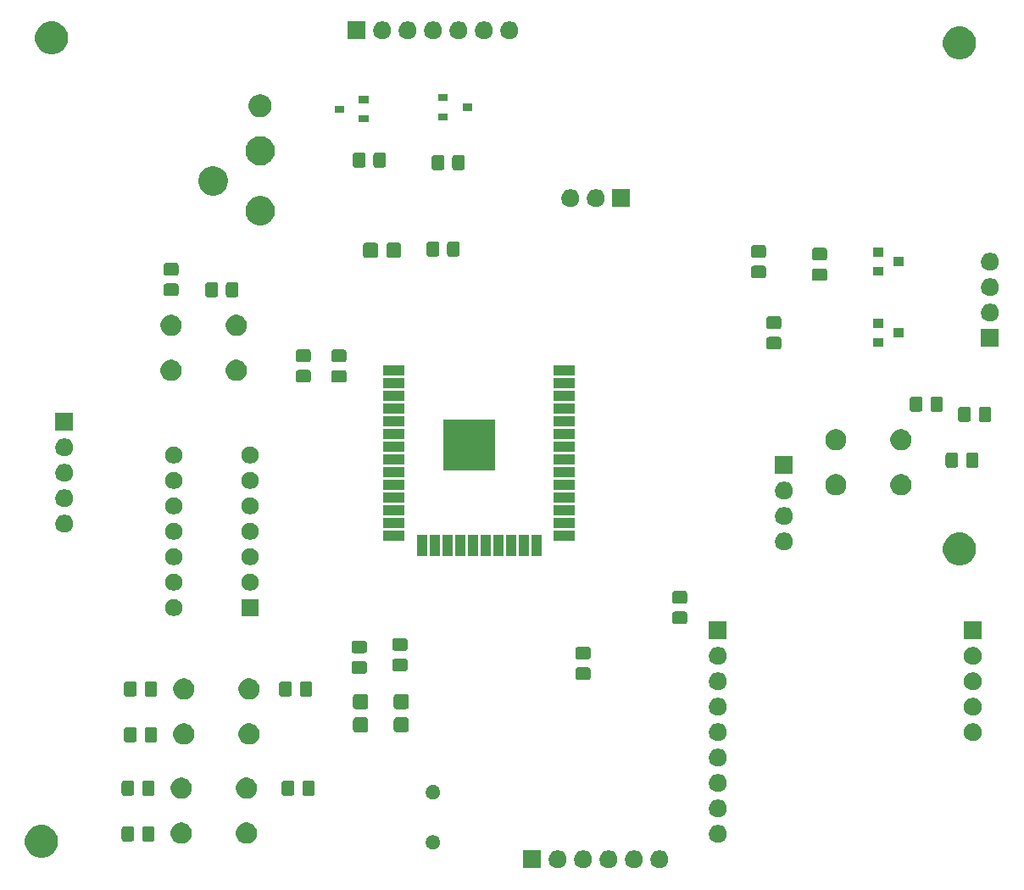
<source format=gts>
G04 #@! TF.GenerationSoftware,KiCad,Pcbnew,(5.1.5)-3*
G04 #@! TF.CreationDate,2022-03-10T20:17:20-05:00*
G04 #@! TF.ProjectId,supervisor,73757065-7276-4697-936f-722e6b696361,rev?*
G04 #@! TF.SameCoordinates,Original*
G04 #@! TF.FileFunction,Soldermask,Top*
G04 #@! TF.FilePolarity,Negative*
%FSLAX46Y46*%
G04 Gerber Fmt 4.6, Leading zero omitted, Abs format (unit mm)*
G04 Created by KiCad (PCBNEW (5.1.5)-3) date 2022-03-10 20:17:20*
%MOMM*%
%LPD*%
G04 APERTURE LIST*
%ADD10C,0.100000*%
G04 APERTURE END LIST*
D10*
G36*
X156348800Y-140092800D02*
G01*
X154547200Y-140092800D01*
X154547200Y-138291200D01*
X156348800Y-138291200D01*
X156348800Y-140092800D01*
G37*
G36*
X168410754Y-138325817D02*
G01*
X168574689Y-138393721D01*
X168722227Y-138492303D01*
X168847697Y-138617773D01*
X168946279Y-138765311D01*
X169014183Y-138929246D01*
X169048800Y-139103279D01*
X169048800Y-139280721D01*
X169014183Y-139454754D01*
X168946279Y-139618689D01*
X168847697Y-139766227D01*
X168722227Y-139891697D01*
X168574689Y-139990279D01*
X168410754Y-140058183D01*
X168236721Y-140092800D01*
X168059279Y-140092800D01*
X167885246Y-140058183D01*
X167721311Y-139990279D01*
X167573773Y-139891697D01*
X167448303Y-139766227D01*
X167349721Y-139618689D01*
X167281817Y-139454754D01*
X167247200Y-139280721D01*
X167247200Y-139103279D01*
X167281817Y-138929246D01*
X167349721Y-138765311D01*
X167448303Y-138617773D01*
X167573773Y-138492303D01*
X167721311Y-138393721D01*
X167885246Y-138325817D01*
X168059279Y-138291200D01*
X168236721Y-138291200D01*
X168410754Y-138325817D01*
G37*
G36*
X165870754Y-138325817D02*
G01*
X166034689Y-138393721D01*
X166182227Y-138492303D01*
X166307697Y-138617773D01*
X166406279Y-138765311D01*
X166474183Y-138929246D01*
X166508800Y-139103279D01*
X166508800Y-139280721D01*
X166474183Y-139454754D01*
X166406279Y-139618689D01*
X166307697Y-139766227D01*
X166182227Y-139891697D01*
X166034689Y-139990279D01*
X165870754Y-140058183D01*
X165696721Y-140092800D01*
X165519279Y-140092800D01*
X165345246Y-140058183D01*
X165181311Y-139990279D01*
X165033773Y-139891697D01*
X164908303Y-139766227D01*
X164809721Y-139618689D01*
X164741817Y-139454754D01*
X164707200Y-139280721D01*
X164707200Y-139103279D01*
X164741817Y-138929246D01*
X164809721Y-138765311D01*
X164908303Y-138617773D01*
X165033773Y-138492303D01*
X165181311Y-138393721D01*
X165345246Y-138325817D01*
X165519279Y-138291200D01*
X165696721Y-138291200D01*
X165870754Y-138325817D01*
G37*
G36*
X163330754Y-138325817D02*
G01*
X163494689Y-138393721D01*
X163642227Y-138492303D01*
X163767697Y-138617773D01*
X163866279Y-138765311D01*
X163934183Y-138929246D01*
X163968800Y-139103279D01*
X163968800Y-139280721D01*
X163934183Y-139454754D01*
X163866279Y-139618689D01*
X163767697Y-139766227D01*
X163642227Y-139891697D01*
X163494689Y-139990279D01*
X163330754Y-140058183D01*
X163156721Y-140092800D01*
X162979279Y-140092800D01*
X162805246Y-140058183D01*
X162641311Y-139990279D01*
X162493773Y-139891697D01*
X162368303Y-139766227D01*
X162269721Y-139618689D01*
X162201817Y-139454754D01*
X162167200Y-139280721D01*
X162167200Y-139103279D01*
X162201817Y-138929246D01*
X162269721Y-138765311D01*
X162368303Y-138617773D01*
X162493773Y-138492303D01*
X162641311Y-138393721D01*
X162805246Y-138325817D01*
X162979279Y-138291200D01*
X163156721Y-138291200D01*
X163330754Y-138325817D01*
G37*
G36*
X158250754Y-138325817D02*
G01*
X158414689Y-138393721D01*
X158562227Y-138492303D01*
X158687697Y-138617773D01*
X158786279Y-138765311D01*
X158854183Y-138929246D01*
X158888800Y-139103279D01*
X158888800Y-139280721D01*
X158854183Y-139454754D01*
X158786279Y-139618689D01*
X158687697Y-139766227D01*
X158562227Y-139891697D01*
X158414689Y-139990279D01*
X158250754Y-140058183D01*
X158076721Y-140092800D01*
X157899279Y-140092800D01*
X157725246Y-140058183D01*
X157561311Y-139990279D01*
X157413773Y-139891697D01*
X157288303Y-139766227D01*
X157189721Y-139618689D01*
X157121817Y-139454754D01*
X157087200Y-139280721D01*
X157087200Y-139103279D01*
X157121817Y-138929246D01*
X157189721Y-138765311D01*
X157288303Y-138617773D01*
X157413773Y-138492303D01*
X157561311Y-138393721D01*
X157725246Y-138325817D01*
X157899279Y-138291200D01*
X158076721Y-138291200D01*
X158250754Y-138325817D01*
G37*
G36*
X160790754Y-138325817D02*
G01*
X160954689Y-138393721D01*
X161102227Y-138492303D01*
X161227697Y-138617773D01*
X161326279Y-138765311D01*
X161394183Y-138929246D01*
X161428800Y-139103279D01*
X161428800Y-139280721D01*
X161394183Y-139454754D01*
X161326279Y-139618689D01*
X161227697Y-139766227D01*
X161102227Y-139891697D01*
X160954689Y-139990279D01*
X160790754Y-140058183D01*
X160616721Y-140092800D01*
X160439279Y-140092800D01*
X160265246Y-140058183D01*
X160101311Y-139990279D01*
X159953773Y-139891697D01*
X159828303Y-139766227D01*
X159729721Y-139618689D01*
X159661817Y-139454754D01*
X159627200Y-139280721D01*
X159627200Y-139103279D01*
X159661817Y-138929246D01*
X159729721Y-138765311D01*
X159828303Y-138617773D01*
X159953773Y-138492303D01*
X160101311Y-138393721D01*
X160265246Y-138325817D01*
X160439279Y-138291200D01*
X160616721Y-138291200D01*
X160790754Y-138325817D01*
G37*
G36*
X106907521Y-135826639D02*
G01*
X107207947Y-135951080D01*
X107478324Y-136131740D01*
X107708260Y-136361676D01*
X107888920Y-136632053D01*
X108013361Y-136932479D01*
X108076800Y-137251410D01*
X108076800Y-137576590D01*
X108013361Y-137895521D01*
X107888920Y-138195947D01*
X107708260Y-138466324D01*
X107478324Y-138696260D01*
X107207947Y-138876920D01*
X106907521Y-139001361D01*
X106588590Y-139064800D01*
X106263410Y-139064800D01*
X105944479Y-139001361D01*
X105644053Y-138876920D01*
X105373676Y-138696260D01*
X105143740Y-138466324D01*
X104963080Y-138195947D01*
X104838639Y-137895521D01*
X104775200Y-137576590D01*
X104775200Y-137251410D01*
X104838639Y-136932479D01*
X104963080Y-136632053D01*
X105143740Y-136361676D01*
X105373676Y-136131740D01*
X105644053Y-135951080D01*
X105944479Y-135826639D01*
X106263410Y-135763200D01*
X106588590Y-135763200D01*
X106907521Y-135826639D01*
G37*
G36*
X145753709Y-136803092D02*
G01*
X145885795Y-136857804D01*
X146004671Y-136937234D01*
X146105766Y-137038329D01*
X146167495Y-137130714D01*
X146185196Y-137157205D01*
X146239908Y-137289291D01*
X146267800Y-137429515D01*
X146267800Y-137572485D01*
X146239908Y-137712709D01*
X146185196Y-137844795D01*
X146105765Y-137963672D01*
X146004672Y-138064765D01*
X145885795Y-138144196D01*
X145753709Y-138198908D01*
X145613485Y-138226800D01*
X145470515Y-138226800D01*
X145330291Y-138198908D01*
X145198205Y-138144196D01*
X145079328Y-138064765D01*
X144978235Y-137963672D01*
X144898804Y-137844795D01*
X144844092Y-137712709D01*
X144816200Y-137572485D01*
X144816200Y-137429515D01*
X144844092Y-137289291D01*
X144898804Y-137157205D01*
X144916505Y-137130714D01*
X144978234Y-137038329D01*
X145079329Y-136937234D01*
X145198205Y-136857804D01*
X145330291Y-136803092D01*
X145470515Y-136775200D01*
X145613485Y-136775200D01*
X145753709Y-136803092D01*
G37*
G36*
X120702508Y-135569582D02*
G01*
X120893741Y-135648793D01*
X121065847Y-135763791D01*
X121212209Y-135910153D01*
X121327207Y-136082259D01*
X121406418Y-136273492D01*
X121446800Y-136476505D01*
X121446800Y-136683495D01*
X121406418Y-136886508D01*
X121327207Y-137077741D01*
X121212209Y-137249847D01*
X121065847Y-137396209D01*
X120893741Y-137511207D01*
X120702508Y-137590418D01*
X120499495Y-137630800D01*
X120292505Y-137630800D01*
X120089492Y-137590418D01*
X119898259Y-137511207D01*
X119726153Y-137396209D01*
X119579791Y-137249847D01*
X119464793Y-137077741D01*
X119385582Y-136886508D01*
X119345200Y-136683495D01*
X119345200Y-136476505D01*
X119385582Y-136273492D01*
X119464793Y-136082259D01*
X119579791Y-135910153D01*
X119726153Y-135763791D01*
X119898259Y-135648793D01*
X120089492Y-135569582D01*
X120292505Y-135529200D01*
X120499495Y-135529200D01*
X120702508Y-135569582D01*
G37*
G36*
X127202508Y-135569582D02*
G01*
X127393741Y-135648793D01*
X127565847Y-135763791D01*
X127712209Y-135910153D01*
X127827207Y-136082259D01*
X127906418Y-136273492D01*
X127946800Y-136476505D01*
X127946800Y-136683495D01*
X127906418Y-136886508D01*
X127827207Y-137077741D01*
X127712209Y-137249847D01*
X127565847Y-137396209D01*
X127393741Y-137511207D01*
X127202508Y-137590418D01*
X126999495Y-137630800D01*
X126792505Y-137630800D01*
X126589492Y-137590418D01*
X126398259Y-137511207D01*
X126226153Y-137396209D01*
X126079791Y-137249847D01*
X125964793Y-137077741D01*
X125885582Y-136886508D01*
X125845200Y-136683495D01*
X125845200Y-136476505D01*
X125885582Y-136273492D01*
X125964793Y-136082259D01*
X126079791Y-135910153D01*
X126226153Y-135763791D01*
X126398259Y-135648793D01*
X126589492Y-135569582D01*
X126792505Y-135529200D01*
X126999495Y-135529200D01*
X127202508Y-135569582D01*
G37*
G36*
X174252754Y-135785817D02*
G01*
X174416689Y-135853721D01*
X174564227Y-135952303D01*
X174689697Y-136077773D01*
X174788279Y-136225311D01*
X174856183Y-136389246D01*
X174890800Y-136563279D01*
X174890800Y-136740721D01*
X174856183Y-136914754D01*
X174788279Y-137078689D01*
X174689697Y-137226227D01*
X174564227Y-137351697D01*
X174416689Y-137450279D01*
X174252754Y-137518183D01*
X174078721Y-137552800D01*
X173901279Y-137552800D01*
X173727246Y-137518183D01*
X173563311Y-137450279D01*
X173415773Y-137351697D01*
X173290303Y-137226227D01*
X173191721Y-137078689D01*
X173123817Y-136914754D01*
X173089200Y-136740721D01*
X173089200Y-136563279D01*
X173123817Y-136389246D01*
X173191721Y-136225311D01*
X173290303Y-136077773D01*
X173415773Y-135952303D01*
X173563311Y-135853721D01*
X173727246Y-135785817D01*
X173901279Y-135751200D01*
X174078721Y-135751200D01*
X174252754Y-135785817D01*
G37*
G36*
X115491857Y-135906117D02*
G01*
X115537465Y-135919952D01*
X115579504Y-135942422D01*
X115616344Y-135972656D01*
X115646578Y-136009496D01*
X115669048Y-136051535D01*
X115682883Y-136097143D01*
X115687800Y-136147065D01*
X115687800Y-137156935D01*
X115682883Y-137206857D01*
X115669048Y-137252465D01*
X115646578Y-137294504D01*
X115616344Y-137331344D01*
X115579504Y-137361578D01*
X115537465Y-137384048D01*
X115491857Y-137397883D01*
X115441935Y-137402800D01*
X114682065Y-137402800D01*
X114632143Y-137397883D01*
X114586535Y-137384048D01*
X114544496Y-137361578D01*
X114507656Y-137331344D01*
X114477422Y-137294504D01*
X114454952Y-137252465D01*
X114441117Y-137206857D01*
X114436200Y-137156935D01*
X114436200Y-136147065D01*
X114441117Y-136097143D01*
X114454952Y-136051535D01*
X114477422Y-136009496D01*
X114507656Y-135972656D01*
X114544496Y-135942422D01*
X114586535Y-135919952D01*
X114632143Y-135906117D01*
X114682065Y-135901200D01*
X115441935Y-135901200D01*
X115491857Y-135906117D01*
G37*
G36*
X117541857Y-135906117D02*
G01*
X117587465Y-135919952D01*
X117629504Y-135942422D01*
X117666344Y-135972656D01*
X117696578Y-136009496D01*
X117719048Y-136051535D01*
X117732883Y-136097143D01*
X117737800Y-136147065D01*
X117737800Y-137156935D01*
X117732883Y-137206857D01*
X117719048Y-137252465D01*
X117696578Y-137294504D01*
X117666344Y-137331344D01*
X117629504Y-137361578D01*
X117587465Y-137384048D01*
X117541857Y-137397883D01*
X117491935Y-137402800D01*
X116732065Y-137402800D01*
X116682143Y-137397883D01*
X116636535Y-137384048D01*
X116594496Y-137361578D01*
X116557656Y-137331344D01*
X116527422Y-137294504D01*
X116504952Y-137252465D01*
X116491117Y-137206857D01*
X116486200Y-137156935D01*
X116486200Y-136147065D01*
X116491117Y-136097143D01*
X116504952Y-136051535D01*
X116527422Y-136009496D01*
X116557656Y-135972656D01*
X116594496Y-135942422D01*
X116636535Y-135919952D01*
X116682143Y-135906117D01*
X116732065Y-135901200D01*
X117491935Y-135901200D01*
X117541857Y-135906117D01*
G37*
G36*
X174252754Y-133245817D02*
G01*
X174416689Y-133313721D01*
X174564227Y-133412303D01*
X174689697Y-133537773D01*
X174788279Y-133685311D01*
X174856183Y-133849246D01*
X174890800Y-134023279D01*
X174890800Y-134200721D01*
X174856183Y-134374754D01*
X174788279Y-134538689D01*
X174689697Y-134686227D01*
X174564227Y-134811697D01*
X174416689Y-134910279D01*
X174252754Y-134978183D01*
X174078721Y-135012800D01*
X173901279Y-135012800D01*
X173727246Y-134978183D01*
X173563311Y-134910279D01*
X173415773Y-134811697D01*
X173290303Y-134686227D01*
X173191721Y-134538689D01*
X173123817Y-134374754D01*
X173089200Y-134200721D01*
X173089200Y-134023279D01*
X173123817Y-133849246D01*
X173191721Y-133685311D01*
X173290303Y-133537773D01*
X173415773Y-133412303D01*
X173563311Y-133313721D01*
X173727246Y-133245817D01*
X173901279Y-133211200D01*
X174078721Y-133211200D01*
X174252754Y-133245817D01*
G37*
G36*
X145753709Y-131803092D02*
G01*
X145885795Y-131857804D01*
X146004672Y-131937235D01*
X146105765Y-132038328D01*
X146185196Y-132157205D01*
X146239908Y-132289291D01*
X146267800Y-132429515D01*
X146267800Y-132572485D01*
X146239908Y-132712709D01*
X146185196Y-132844795D01*
X146105765Y-132963672D01*
X146004672Y-133064765D01*
X145885795Y-133144196D01*
X145753709Y-133198908D01*
X145613485Y-133226800D01*
X145470515Y-133226800D01*
X145330291Y-133198908D01*
X145198205Y-133144196D01*
X145079328Y-133064765D01*
X144978235Y-132963672D01*
X144898804Y-132844795D01*
X144844092Y-132712709D01*
X144816200Y-132572485D01*
X144816200Y-132429515D01*
X144844092Y-132289291D01*
X144898804Y-132157205D01*
X144978235Y-132038328D01*
X145079328Y-131937235D01*
X145198205Y-131857804D01*
X145330291Y-131803092D01*
X145470515Y-131775200D01*
X145613485Y-131775200D01*
X145753709Y-131803092D01*
G37*
G36*
X127202508Y-131069582D02*
G01*
X127393741Y-131148793D01*
X127565847Y-131263791D01*
X127712209Y-131410153D01*
X127827207Y-131582259D01*
X127906418Y-131773492D01*
X127946800Y-131976505D01*
X127946800Y-132183495D01*
X127906418Y-132386508D01*
X127827207Y-132577741D01*
X127712209Y-132749847D01*
X127565847Y-132896209D01*
X127393741Y-133011207D01*
X127202508Y-133090418D01*
X126999495Y-133130800D01*
X126792505Y-133130800D01*
X126589492Y-133090418D01*
X126398259Y-133011207D01*
X126226153Y-132896209D01*
X126079791Y-132749847D01*
X125964793Y-132577741D01*
X125885582Y-132386508D01*
X125845200Y-132183495D01*
X125845200Y-131976505D01*
X125885582Y-131773492D01*
X125964793Y-131582259D01*
X126079791Y-131410153D01*
X126226153Y-131263791D01*
X126398259Y-131148793D01*
X126589492Y-131069582D01*
X126792505Y-131029200D01*
X126999495Y-131029200D01*
X127202508Y-131069582D01*
G37*
G36*
X120702508Y-131069582D02*
G01*
X120893741Y-131148793D01*
X121065847Y-131263791D01*
X121212209Y-131410153D01*
X121327207Y-131582259D01*
X121406418Y-131773492D01*
X121446800Y-131976505D01*
X121446800Y-132183495D01*
X121406418Y-132386508D01*
X121327207Y-132577741D01*
X121212209Y-132749847D01*
X121065847Y-132896209D01*
X120893741Y-133011207D01*
X120702508Y-133090418D01*
X120499495Y-133130800D01*
X120292505Y-133130800D01*
X120089492Y-133090418D01*
X119898259Y-133011207D01*
X119726153Y-132896209D01*
X119579791Y-132749847D01*
X119464793Y-132577741D01*
X119385582Y-132386508D01*
X119345200Y-132183495D01*
X119345200Y-131976505D01*
X119385582Y-131773492D01*
X119464793Y-131582259D01*
X119579791Y-131410153D01*
X119726153Y-131263791D01*
X119898259Y-131148793D01*
X120089492Y-131069582D01*
X120292505Y-131029200D01*
X120499495Y-131029200D01*
X120702508Y-131069582D01*
G37*
G36*
X133534857Y-131334117D02*
G01*
X133580465Y-131347952D01*
X133622504Y-131370422D01*
X133659344Y-131400656D01*
X133689578Y-131437496D01*
X133712048Y-131479535D01*
X133725883Y-131525143D01*
X133730800Y-131575065D01*
X133730800Y-132584935D01*
X133725883Y-132634857D01*
X133712048Y-132680465D01*
X133689578Y-132722504D01*
X133659344Y-132759344D01*
X133622504Y-132789578D01*
X133580465Y-132812048D01*
X133534857Y-132825883D01*
X133484935Y-132830800D01*
X132725065Y-132830800D01*
X132675143Y-132825883D01*
X132629535Y-132812048D01*
X132587496Y-132789578D01*
X132550656Y-132759344D01*
X132520422Y-132722504D01*
X132497952Y-132680465D01*
X132484117Y-132634857D01*
X132479200Y-132584935D01*
X132479200Y-131575065D01*
X132484117Y-131525143D01*
X132497952Y-131479535D01*
X132520422Y-131437496D01*
X132550656Y-131400656D01*
X132587496Y-131370422D01*
X132629535Y-131347952D01*
X132675143Y-131334117D01*
X132725065Y-131329200D01*
X133484935Y-131329200D01*
X133534857Y-131334117D01*
G37*
G36*
X115491857Y-131334117D02*
G01*
X115537465Y-131347952D01*
X115579504Y-131370422D01*
X115616344Y-131400656D01*
X115646578Y-131437496D01*
X115669048Y-131479535D01*
X115682883Y-131525143D01*
X115687800Y-131575065D01*
X115687800Y-132584935D01*
X115682883Y-132634857D01*
X115669048Y-132680465D01*
X115646578Y-132722504D01*
X115616344Y-132759344D01*
X115579504Y-132789578D01*
X115537465Y-132812048D01*
X115491857Y-132825883D01*
X115441935Y-132830800D01*
X114682065Y-132830800D01*
X114632143Y-132825883D01*
X114586535Y-132812048D01*
X114544496Y-132789578D01*
X114507656Y-132759344D01*
X114477422Y-132722504D01*
X114454952Y-132680465D01*
X114441117Y-132634857D01*
X114436200Y-132584935D01*
X114436200Y-131575065D01*
X114441117Y-131525143D01*
X114454952Y-131479535D01*
X114477422Y-131437496D01*
X114507656Y-131400656D01*
X114544496Y-131370422D01*
X114586535Y-131347952D01*
X114632143Y-131334117D01*
X114682065Y-131329200D01*
X115441935Y-131329200D01*
X115491857Y-131334117D01*
G37*
G36*
X117541857Y-131334117D02*
G01*
X117587465Y-131347952D01*
X117629504Y-131370422D01*
X117666344Y-131400656D01*
X117696578Y-131437496D01*
X117719048Y-131479535D01*
X117732883Y-131525143D01*
X117737800Y-131575065D01*
X117737800Y-132584935D01*
X117732883Y-132634857D01*
X117719048Y-132680465D01*
X117696578Y-132722504D01*
X117666344Y-132759344D01*
X117629504Y-132789578D01*
X117587465Y-132812048D01*
X117541857Y-132825883D01*
X117491935Y-132830800D01*
X116732065Y-132830800D01*
X116682143Y-132825883D01*
X116636535Y-132812048D01*
X116594496Y-132789578D01*
X116557656Y-132759344D01*
X116527422Y-132722504D01*
X116504952Y-132680465D01*
X116491117Y-132634857D01*
X116486200Y-132584935D01*
X116486200Y-131575065D01*
X116491117Y-131525143D01*
X116504952Y-131479535D01*
X116527422Y-131437496D01*
X116557656Y-131400656D01*
X116594496Y-131370422D01*
X116636535Y-131347952D01*
X116682143Y-131334117D01*
X116732065Y-131329200D01*
X117491935Y-131329200D01*
X117541857Y-131334117D01*
G37*
G36*
X131484857Y-131334117D02*
G01*
X131530465Y-131347952D01*
X131572504Y-131370422D01*
X131609344Y-131400656D01*
X131639578Y-131437496D01*
X131662048Y-131479535D01*
X131675883Y-131525143D01*
X131680800Y-131575065D01*
X131680800Y-132584935D01*
X131675883Y-132634857D01*
X131662048Y-132680465D01*
X131639578Y-132722504D01*
X131609344Y-132759344D01*
X131572504Y-132789578D01*
X131530465Y-132812048D01*
X131484857Y-132825883D01*
X131434935Y-132830800D01*
X130675065Y-132830800D01*
X130625143Y-132825883D01*
X130579535Y-132812048D01*
X130537496Y-132789578D01*
X130500656Y-132759344D01*
X130470422Y-132722504D01*
X130447952Y-132680465D01*
X130434117Y-132634857D01*
X130429200Y-132584935D01*
X130429200Y-131575065D01*
X130434117Y-131525143D01*
X130447952Y-131479535D01*
X130470422Y-131437496D01*
X130500656Y-131400656D01*
X130537496Y-131370422D01*
X130579535Y-131347952D01*
X130625143Y-131334117D01*
X130675065Y-131329200D01*
X131434935Y-131329200D01*
X131484857Y-131334117D01*
G37*
G36*
X174252754Y-130705817D02*
G01*
X174416689Y-130773721D01*
X174564227Y-130872303D01*
X174689697Y-130997773D01*
X174788279Y-131145311D01*
X174856183Y-131309246D01*
X174890800Y-131483279D01*
X174890800Y-131660721D01*
X174856183Y-131834754D01*
X174788279Y-131998689D01*
X174689697Y-132146227D01*
X174564227Y-132271697D01*
X174416689Y-132370279D01*
X174252754Y-132438183D01*
X174078721Y-132472800D01*
X173901279Y-132472800D01*
X173727246Y-132438183D01*
X173563311Y-132370279D01*
X173415773Y-132271697D01*
X173290303Y-132146227D01*
X173191721Y-131998689D01*
X173123817Y-131834754D01*
X173089200Y-131660721D01*
X173089200Y-131483279D01*
X173123817Y-131309246D01*
X173191721Y-131145311D01*
X173290303Y-130997773D01*
X173415773Y-130872303D01*
X173563311Y-130773721D01*
X173727246Y-130705817D01*
X173901279Y-130671200D01*
X174078721Y-130671200D01*
X174252754Y-130705817D01*
G37*
G36*
X174252754Y-128165817D02*
G01*
X174416689Y-128233721D01*
X174564227Y-128332303D01*
X174689697Y-128457773D01*
X174788279Y-128605311D01*
X174856183Y-128769246D01*
X174890800Y-128943279D01*
X174890800Y-129120721D01*
X174856183Y-129294754D01*
X174788279Y-129458689D01*
X174689697Y-129606227D01*
X174564227Y-129731697D01*
X174416689Y-129830279D01*
X174252754Y-129898183D01*
X174078721Y-129932800D01*
X173901279Y-129932800D01*
X173727246Y-129898183D01*
X173563311Y-129830279D01*
X173415773Y-129731697D01*
X173290303Y-129606227D01*
X173191721Y-129458689D01*
X173123817Y-129294754D01*
X173089200Y-129120721D01*
X173089200Y-128943279D01*
X173123817Y-128769246D01*
X173191721Y-128605311D01*
X173290303Y-128457773D01*
X173415773Y-128332303D01*
X173563311Y-128233721D01*
X173727246Y-128165817D01*
X173901279Y-128131200D01*
X174078721Y-128131200D01*
X174252754Y-128165817D01*
G37*
G36*
X127456508Y-125663582D02*
G01*
X127647741Y-125742793D01*
X127819847Y-125857791D01*
X127966209Y-126004153D01*
X128081207Y-126176259D01*
X128160418Y-126367492D01*
X128200800Y-126570505D01*
X128200800Y-126777495D01*
X128160418Y-126980508D01*
X128081207Y-127171741D01*
X127966209Y-127343847D01*
X127819847Y-127490209D01*
X127647741Y-127605207D01*
X127456508Y-127684418D01*
X127253495Y-127724800D01*
X127046505Y-127724800D01*
X126843492Y-127684418D01*
X126652259Y-127605207D01*
X126480153Y-127490209D01*
X126333791Y-127343847D01*
X126218793Y-127171741D01*
X126139582Y-126980508D01*
X126099200Y-126777495D01*
X126099200Y-126570505D01*
X126139582Y-126367492D01*
X126218793Y-126176259D01*
X126333791Y-126004153D01*
X126480153Y-125857791D01*
X126652259Y-125742793D01*
X126843492Y-125663582D01*
X127046505Y-125623200D01*
X127253495Y-125623200D01*
X127456508Y-125663582D01*
G37*
G36*
X120956508Y-125663582D02*
G01*
X121147741Y-125742793D01*
X121319847Y-125857791D01*
X121466209Y-126004153D01*
X121581207Y-126176259D01*
X121660418Y-126367492D01*
X121700800Y-126570505D01*
X121700800Y-126777495D01*
X121660418Y-126980508D01*
X121581207Y-127171741D01*
X121466209Y-127343847D01*
X121319847Y-127490209D01*
X121147741Y-127605207D01*
X120956508Y-127684418D01*
X120753495Y-127724800D01*
X120546505Y-127724800D01*
X120343492Y-127684418D01*
X120152259Y-127605207D01*
X119980153Y-127490209D01*
X119833791Y-127343847D01*
X119718793Y-127171741D01*
X119639582Y-126980508D01*
X119599200Y-126777495D01*
X119599200Y-126570505D01*
X119639582Y-126367492D01*
X119718793Y-126176259D01*
X119833791Y-126004153D01*
X119980153Y-125857791D01*
X120152259Y-125742793D01*
X120343492Y-125663582D01*
X120546505Y-125623200D01*
X120753495Y-125623200D01*
X120956508Y-125663582D01*
G37*
G36*
X115736857Y-126000117D02*
G01*
X115782465Y-126013952D01*
X115824504Y-126036422D01*
X115861344Y-126066656D01*
X115891578Y-126103496D01*
X115914048Y-126145535D01*
X115927883Y-126191143D01*
X115932800Y-126241065D01*
X115932800Y-127250935D01*
X115927883Y-127300857D01*
X115914048Y-127346465D01*
X115891578Y-127388504D01*
X115861344Y-127425344D01*
X115824504Y-127455578D01*
X115782465Y-127478048D01*
X115736857Y-127491883D01*
X115686935Y-127496800D01*
X114927065Y-127496800D01*
X114877143Y-127491883D01*
X114831535Y-127478048D01*
X114789496Y-127455578D01*
X114752656Y-127425344D01*
X114722422Y-127388504D01*
X114699952Y-127346465D01*
X114686117Y-127300857D01*
X114681200Y-127250935D01*
X114681200Y-126241065D01*
X114686117Y-126191143D01*
X114699952Y-126145535D01*
X114722422Y-126103496D01*
X114752656Y-126066656D01*
X114789496Y-126036422D01*
X114831535Y-126013952D01*
X114877143Y-126000117D01*
X114927065Y-125995200D01*
X115686935Y-125995200D01*
X115736857Y-126000117D01*
G37*
G36*
X117786857Y-126000117D02*
G01*
X117832465Y-126013952D01*
X117874504Y-126036422D01*
X117911344Y-126066656D01*
X117941578Y-126103496D01*
X117964048Y-126145535D01*
X117977883Y-126191143D01*
X117982800Y-126241065D01*
X117982800Y-127250935D01*
X117977883Y-127300857D01*
X117964048Y-127346465D01*
X117941578Y-127388504D01*
X117911344Y-127425344D01*
X117874504Y-127455578D01*
X117832465Y-127478048D01*
X117786857Y-127491883D01*
X117736935Y-127496800D01*
X116977065Y-127496800D01*
X116927143Y-127491883D01*
X116881535Y-127478048D01*
X116839496Y-127455578D01*
X116802656Y-127425344D01*
X116772422Y-127388504D01*
X116749952Y-127346465D01*
X116736117Y-127300857D01*
X116731200Y-127250935D01*
X116731200Y-126241065D01*
X116736117Y-126191143D01*
X116749952Y-126145535D01*
X116772422Y-126103496D01*
X116802656Y-126066656D01*
X116839496Y-126036422D01*
X116881535Y-126013952D01*
X116927143Y-126000117D01*
X116977065Y-125995200D01*
X117736935Y-125995200D01*
X117786857Y-126000117D01*
G37*
G36*
X199722754Y-125625817D02*
G01*
X199886689Y-125693721D01*
X200034227Y-125792303D01*
X200159697Y-125917773D01*
X200258279Y-126065311D01*
X200326183Y-126229246D01*
X200360800Y-126403279D01*
X200360800Y-126580721D01*
X200326183Y-126754754D01*
X200258279Y-126918689D01*
X200159697Y-127066227D01*
X200034227Y-127191697D01*
X199886689Y-127290279D01*
X199722754Y-127358183D01*
X199548721Y-127392800D01*
X199371279Y-127392800D01*
X199197246Y-127358183D01*
X199033311Y-127290279D01*
X198885773Y-127191697D01*
X198760303Y-127066227D01*
X198661721Y-126918689D01*
X198593817Y-126754754D01*
X198559200Y-126580721D01*
X198559200Y-126403279D01*
X198593817Y-126229246D01*
X198661721Y-126065311D01*
X198760303Y-125917773D01*
X198885773Y-125792303D01*
X199033311Y-125693721D01*
X199197246Y-125625817D01*
X199371279Y-125591200D01*
X199548721Y-125591200D01*
X199722754Y-125625817D01*
G37*
G36*
X174252754Y-125625817D02*
G01*
X174416689Y-125693721D01*
X174564227Y-125792303D01*
X174689697Y-125917773D01*
X174788279Y-126065311D01*
X174856183Y-126229246D01*
X174890800Y-126403279D01*
X174890800Y-126580721D01*
X174856183Y-126754754D01*
X174788279Y-126918689D01*
X174689697Y-127066227D01*
X174564227Y-127191697D01*
X174416689Y-127290279D01*
X174252754Y-127358183D01*
X174078721Y-127392800D01*
X173901279Y-127392800D01*
X173727246Y-127358183D01*
X173563311Y-127290279D01*
X173415773Y-127191697D01*
X173290303Y-127066227D01*
X173191721Y-126918689D01*
X173123817Y-126754754D01*
X173089200Y-126580721D01*
X173089200Y-126403279D01*
X173123817Y-126229246D01*
X173191721Y-126065311D01*
X173290303Y-125917773D01*
X173415773Y-125792303D01*
X173563311Y-125693721D01*
X173727246Y-125625817D01*
X173901279Y-125591200D01*
X174078721Y-125591200D01*
X174252754Y-125625817D01*
G37*
G36*
X138814615Y-125001149D02*
G01*
X138870304Y-125018042D01*
X138921627Y-125045475D01*
X138966609Y-125082391D01*
X139003525Y-125127373D01*
X139030958Y-125178696D01*
X139047851Y-125234385D01*
X139053800Y-125294786D01*
X139053800Y-126201214D01*
X139047851Y-126261615D01*
X139030958Y-126317304D01*
X139003525Y-126368627D01*
X138966609Y-126413609D01*
X138921627Y-126450525D01*
X138870304Y-126477958D01*
X138814615Y-126494851D01*
X138754214Y-126500800D01*
X137851786Y-126500800D01*
X137791385Y-126494851D01*
X137735696Y-126477958D01*
X137684373Y-126450525D01*
X137639391Y-126413609D01*
X137602475Y-126368627D01*
X137575042Y-126317304D01*
X137558149Y-126261615D01*
X137552200Y-126201214D01*
X137552200Y-125294786D01*
X137558149Y-125234385D01*
X137575042Y-125178696D01*
X137602475Y-125127373D01*
X137639391Y-125082391D01*
X137684373Y-125045475D01*
X137735696Y-125018042D01*
X137791385Y-125001149D01*
X137851786Y-124995200D01*
X138754214Y-124995200D01*
X138814615Y-125001149D01*
G37*
G36*
X142878615Y-124992149D02*
G01*
X142934304Y-125009042D01*
X142985627Y-125036475D01*
X143030609Y-125073391D01*
X143067525Y-125118373D01*
X143094958Y-125169696D01*
X143111851Y-125225385D01*
X143117800Y-125285786D01*
X143117800Y-126192214D01*
X143111851Y-126252615D01*
X143094958Y-126308304D01*
X143067525Y-126359627D01*
X143030609Y-126404609D01*
X142985627Y-126441525D01*
X142934304Y-126468958D01*
X142878615Y-126485851D01*
X142818214Y-126491800D01*
X141915786Y-126491800D01*
X141855385Y-126485851D01*
X141799696Y-126468958D01*
X141748373Y-126441525D01*
X141703391Y-126404609D01*
X141666475Y-126359627D01*
X141639042Y-126308304D01*
X141622149Y-126252615D01*
X141616200Y-126192214D01*
X141616200Y-125285786D01*
X141622149Y-125225385D01*
X141639042Y-125169696D01*
X141666475Y-125118373D01*
X141703391Y-125073391D01*
X141748373Y-125036475D01*
X141799696Y-125009042D01*
X141855385Y-124992149D01*
X141915786Y-124986200D01*
X142818214Y-124986200D01*
X142878615Y-124992149D01*
G37*
G36*
X199722754Y-123085817D02*
G01*
X199886689Y-123153721D01*
X200034227Y-123252303D01*
X200159697Y-123377773D01*
X200258279Y-123525311D01*
X200326183Y-123689246D01*
X200360800Y-123863279D01*
X200360800Y-124040721D01*
X200326183Y-124214754D01*
X200258279Y-124378689D01*
X200159697Y-124526227D01*
X200034227Y-124651697D01*
X199886689Y-124750279D01*
X199722754Y-124818183D01*
X199548721Y-124852800D01*
X199371279Y-124852800D01*
X199197246Y-124818183D01*
X199033311Y-124750279D01*
X198885773Y-124651697D01*
X198760303Y-124526227D01*
X198661721Y-124378689D01*
X198593817Y-124214754D01*
X198559200Y-124040721D01*
X198559200Y-123863279D01*
X198593817Y-123689246D01*
X198661721Y-123525311D01*
X198760303Y-123377773D01*
X198885773Y-123252303D01*
X199033311Y-123153721D01*
X199197246Y-123085817D01*
X199371279Y-123051200D01*
X199548721Y-123051200D01*
X199722754Y-123085817D01*
G37*
G36*
X174252754Y-123085817D02*
G01*
X174416689Y-123153721D01*
X174564227Y-123252303D01*
X174689697Y-123377773D01*
X174788279Y-123525311D01*
X174856183Y-123689246D01*
X174890800Y-123863279D01*
X174890800Y-124040721D01*
X174856183Y-124214754D01*
X174788279Y-124378689D01*
X174689697Y-124526227D01*
X174564227Y-124651697D01*
X174416689Y-124750279D01*
X174252754Y-124818183D01*
X174078721Y-124852800D01*
X173901279Y-124852800D01*
X173727246Y-124818183D01*
X173563311Y-124750279D01*
X173415773Y-124651697D01*
X173290303Y-124526227D01*
X173191721Y-124378689D01*
X173123817Y-124214754D01*
X173089200Y-124040721D01*
X173089200Y-123863279D01*
X173123817Y-123689246D01*
X173191721Y-123525311D01*
X173290303Y-123377773D01*
X173415773Y-123252303D01*
X173563311Y-123153721D01*
X173727246Y-123085817D01*
X173901279Y-123051200D01*
X174078721Y-123051200D01*
X174252754Y-123085817D01*
G37*
G36*
X138814615Y-122697149D02*
G01*
X138870304Y-122714042D01*
X138921627Y-122741475D01*
X138966609Y-122778391D01*
X139003525Y-122823373D01*
X139030958Y-122874696D01*
X139047851Y-122930385D01*
X139053800Y-122990786D01*
X139053800Y-123897214D01*
X139047851Y-123957615D01*
X139030958Y-124013304D01*
X139003525Y-124064627D01*
X138966609Y-124109609D01*
X138921627Y-124146525D01*
X138870304Y-124173958D01*
X138814615Y-124190851D01*
X138754214Y-124196800D01*
X137851786Y-124196800D01*
X137791385Y-124190851D01*
X137735696Y-124173958D01*
X137684373Y-124146525D01*
X137639391Y-124109609D01*
X137602475Y-124064627D01*
X137575042Y-124013304D01*
X137558149Y-123957615D01*
X137552200Y-123897214D01*
X137552200Y-122990786D01*
X137558149Y-122930385D01*
X137575042Y-122874696D01*
X137602475Y-122823373D01*
X137639391Y-122778391D01*
X137684373Y-122741475D01*
X137735696Y-122714042D01*
X137791385Y-122697149D01*
X137851786Y-122691200D01*
X138754214Y-122691200D01*
X138814615Y-122697149D01*
G37*
G36*
X142878615Y-122688149D02*
G01*
X142934304Y-122705042D01*
X142985627Y-122732475D01*
X143030609Y-122769391D01*
X143067525Y-122814373D01*
X143094958Y-122865696D01*
X143111851Y-122921385D01*
X143117800Y-122981786D01*
X143117800Y-123888214D01*
X143111851Y-123948615D01*
X143094958Y-124004304D01*
X143067525Y-124055627D01*
X143030609Y-124100609D01*
X142985627Y-124137525D01*
X142934304Y-124164958D01*
X142878615Y-124181851D01*
X142818214Y-124187800D01*
X141915786Y-124187800D01*
X141855385Y-124181851D01*
X141799696Y-124164958D01*
X141748373Y-124137525D01*
X141703391Y-124100609D01*
X141666475Y-124055627D01*
X141639042Y-124004304D01*
X141622149Y-123948615D01*
X141616200Y-123888214D01*
X141616200Y-122981786D01*
X141622149Y-122921385D01*
X141639042Y-122865696D01*
X141666475Y-122814373D01*
X141703391Y-122769391D01*
X141748373Y-122732475D01*
X141799696Y-122705042D01*
X141855385Y-122688149D01*
X141915786Y-122682200D01*
X142818214Y-122682200D01*
X142878615Y-122688149D01*
G37*
G36*
X120956508Y-121163582D02*
G01*
X121147741Y-121242793D01*
X121319847Y-121357791D01*
X121466209Y-121504153D01*
X121581207Y-121676259D01*
X121660418Y-121867492D01*
X121700800Y-122070505D01*
X121700800Y-122277495D01*
X121660418Y-122480508D01*
X121581207Y-122671741D01*
X121466209Y-122843847D01*
X121319847Y-122990209D01*
X121147741Y-123105207D01*
X120956508Y-123184418D01*
X120753495Y-123224800D01*
X120546505Y-123224800D01*
X120343492Y-123184418D01*
X120152259Y-123105207D01*
X119980153Y-122990209D01*
X119833791Y-122843847D01*
X119718793Y-122671741D01*
X119639582Y-122480508D01*
X119599200Y-122277495D01*
X119599200Y-122070505D01*
X119639582Y-121867492D01*
X119718793Y-121676259D01*
X119833791Y-121504153D01*
X119980153Y-121357791D01*
X120152259Y-121242793D01*
X120343492Y-121163582D01*
X120546505Y-121123200D01*
X120753495Y-121123200D01*
X120956508Y-121163582D01*
G37*
G36*
X127456508Y-121163582D02*
G01*
X127647741Y-121242793D01*
X127819847Y-121357791D01*
X127966209Y-121504153D01*
X128081207Y-121676259D01*
X128160418Y-121867492D01*
X128200800Y-122070505D01*
X128200800Y-122277495D01*
X128160418Y-122480508D01*
X128081207Y-122671741D01*
X127966209Y-122843847D01*
X127819847Y-122990209D01*
X127647741Y-123105207D01*
X127456508Y-123184418D01*
X127253495Y-123224800D01*
X127046505Y-123224800D01*
X126843492Y-123184418D01*
X126652259Y-123105207D01*
X126480153Y-122990209D01*
X126333791Y-122843847D01*
X126218793Y-122671741D01*
X126139582Y-122480508D01*
X126099200Y-122277495D01*
X126099200Y-122070505D01*
X126139582Y-121867492D01*
X126218793Y-121676259D01*
X126333791Y-121504153D01*
X126480153Y-121357791D01*
X126652259Y-121242793D01*
X126843492Y-121163582D01*
X127046505Y-121123200D01*
X127253495Y-121123200D01*
X127456508Y-121163582D01*
G37*
G36*
X133280857Y-121428117D02*
G01*
X133326465Y-121441952D01*
X133368504Y-121464422D01*
X133405344Y-121494656D01*
X133435578Y-121531496D01*
X133458048Y-121573535D01*
X133471883Y-121619143D01*
X133476800Y-121669065D01*
X133476800Y-122678935D01*
X133471883Y-122728857D01*
X133458048Y-122774465D01*
X133435578Y-122816504D01*
X133405344Y-122853344D01*
X133368504Y-122883578D01*
X133326465Y-122906048D01*
X133280857Y-122919883D01*
X133230935Y-122924800D01*
X132471065Y-122924800D01*
X132421143Y-122919883D01*
X132375535Y-122906048D01*
X132333496Y-122883578D01*
X132296656Y-122853344D01*
X132266422Y-122816504D01*
X132243952Y-122774465D01*
X132230117Y-122728857D01*
X132225200Y-122678935D01*
X132225200Y-121669065D01*
X132230117Y-121619143D01*
X132243952Y-121573535D01*
X132266422Y-121531496D01*
X132296656Y-121494656D01*
X132333496Y-121464422D01*
X132375535Y-121441952D01*
X132421143Y-121428117D01*
X132471065Y-121423200D01*
X133230935Y-121423200D01*
X133280857Y-121428117D01*
G37*
G36*
X131230857Y-121428117D02*
G01*
X131276465Y-121441952D01*
X131318504Y-121464422D01*
X131355344Y-121494656D01*
X131385578Y-121531496D01*
X131408048Y-121573535D01*
X131421883Y-121619143D01*
X131426800Y-121669065D01*
X131426800Y-122678935D01*
X131421883Y-122728857D01*
X131408048Y-122774465D01*
X131385578Y-122816504D01*
X131355344Y-122853344D01*
X131318504Y-122883578D01*
X131276465Y-122906048D01*
X131230857Y-122919883D01*
X131180935Y-122924800D01*
X130421065Y-122924800D01*
X130371143Y-122919883D01*
X130325535Y-122906048D01*
X130283496Y-122883578D01*
X130246656Y-122853344D01*
X130216422Y-122816504D01*
X130193952Y-122774465D01*
X130180117Y-122728857D01*
X130175200Y-122678935D01*
X130175200Y-121669065D01*
X130180117Y-121619143D01*
X130193952Y-121573535D01*
X130216422Y-121531496D01*
X130246656Y-121494656D01*
X130283496Y-121464422D01*
X130325535Y-121441952D01*
X130371143Y-121428117D01*
X130421065Y-121423200D01*
X131180935Y-121423200D01*
X131230857Y-121428117D01*
G37*
G36*
X115736857Y-121428117D02*
G01*
X115782465Y-121441952D01*
X115824504Y-121464422D01*
X115861344Y-121494656D01*
X115891578Y-121531496D01*
X115914048Y-121573535D01*
X115927883Y-121619143D01*
X115932800Y-121669065D01*
X115932800Y-122678935D01*
X115927883Y-122728857D01*
X115914048Y-122774465D01*
X115891578Y-122816504D01*
X115861344Y-122853344D01*
X115824504Y-122883578D01*
X115782465Y-122906048D01*
X115736857Y-122919883D01*
X115686935Y-122924800D01*
X114927065Y-122924800D01*
X114877143Y-122919883D01*
X114831535Y-122906048D01*
X114789496Y-122883578D01*
X114752656Y-122853344D01*
X114722422Y-122816504D01*
X114699952Y-122774465D01*
X114686117Y-122728857D01*
X114681200Y-122678935D01*
X114681200Y-121669065D01*
X114686117Y-121619143D01*
X114699952Y-121573535D01*
X114722422Y-121531496D01*
X114752656Y-121494656D01*
X114789496Y-121464422D01*
X114831535Y-121441952D01*
X114877143Y-121428117D01*
X114927065Y-121423200D01*
X115686935Y-121423200D01*
X115736857Y-121428117D01*
G37*
G36*
X117786857Y-121428117D02*
G01*
X117832465Y-121441952D01*
X117874504Y-121464422D01*
X117911344Y-121494656D01*
X117941578Y-121531496D01*
X117964048Y-121573535D01*
X117977883Y-121619143D01*
X117982800Y-121669065D01*
X117982800Y-122678935D01*
X117977883Y-122728857D01*
X117964048Y-122774465D01*
X117941578Y-122816504D01*
X117911344Y-122853344D01*
X117874504Y-122883578D01*
X117832465Y-122906048D01*
X117786857Y-122919883D01*
X117736935Y-122924800D01*
X116977065Y-122924800D01*
X116927143Y-122919883D01*
X116881535Y-122906048D01*
X116839496Y-122883578D01*
X116802656Y-122853344D01*
X116772422Y-122816504D01*
X116749952Y-122774465D01*
X116736117Y-122728857D01*
X116731200Y-122678935D01*
X116731200Y-121669065D01*
X116736117Y-121619143D01*
X116749952Y-121573535D01*
X116772422Y-121531496D01*
X116802656Y-121494656D01*
X116839496Y-121464422D01*
X116881535Y-121441952D01*
X116927143Y-121428117D01*
X116977065Y-121423200D01*
X117736935Y-121423200D01*
X117786857Y-121428117D01*
G37*
G36*
X199722754Y-120545817D02*
G01*
X199886689Y-120613721D01*
X200034227Y-120712303D01*
X200159697Y-120837773D01*
X200258279Y-120985311D01*
X200326183Y-121149246D01*
X200360800Y-121323279D01*
X200360800Y-121500721D01*
X200326183Y-121674754D01*
X200258279Y-121838689D01*
X200159697Y-121986227D01*
X200034227Y-122111697D01*
X199886689Y-122210279D01*
X199722754Y-122278183D01*
X199548721Y-122312800D01*
X199371279Y-122312800D01*
X199197246Y-122278183D01*
X199033311Y-122210279D01*
X198885773Y-122111697D01*
X198760303Y-121986227D01*
X198661721Y-121838689D01*
X198593817Y-121674754D01*
X198559200Y-121500721D01*
X198559200Y-121323279D01*
X198593817Y-121149246D01*
X198661721Y-120985311D01*
X198760303Y-120837773D01*
X198885773Y-120712303D01*
X199033311Y-120613721D01*
X199197246Y-120545817D01*
X199371279Y-120511200D01*
X199548721Y-120511200D01*
X199722754Y-120545817D01*
G37*
G36*
X174252754Y-120545817D02*
G01*
X174416689Y-120613721D01*
X174564227Y-120712303D01*
X174689697Y-120837773D01*
X174788279Y-120985311D01*
X174856183Y-121149246D01*
X174890800Y-121323279D01*
X174890800Y-121500721D01*
X174856183Y-121674754D01*
X174788279Y-121838689D01*
X174689697Y-121986227D01*
X174564227Y-122111697D01*
X174416689Y-122210279D01*
X174252754Y-122278183D01*
X174078721Y-122312800D01*
X173901279Y-122312800D01*
X173727246Y-122278183D01*
X173563311Y-122210279D01*
X173415773Y-122111697D01*
X173290303Y-121986227D01*
X173191721Y-121838689D01*
X173123817Y-121674754D01*
X173089200Y-121500721D01*
X173089200Y-121323279D01*
X173123817Y-121149246D01*
X173191721Y-120985311D01*
X173290303Y-120837773D01*
X173415773Y-120712303D01*
X173563311Y-120613721D01*
X173727246Y-120545817D01*
X173901279Y-120511200D01*
X174078721Y-120511200D01*
X174252754Y-120545817D01*
G37*
G36*
X161082857Y-120029117D02*
G01*
X161128465Y-120042952D01*
X161170504Y-120065422D01*
X161207344Y-120095656D01*
X161237578Y-120132496D01*
X161260048Y-120174535D01*
X161273883Y-120220143D01*
X161278800Y-120270065D01*
X161278800Y-121029935D01*
X161273883Y-121079857D01*
X161260048Y-121125465D01*
X161237578Y-121167504D01*
X161207344Y-121204344D01*
X161170504Y-121234578D01*
X161128465Y-121257048D01*
X161082857Y-121270883D01*
X161032935Y-121275800D01*
X160023065Y-121275800D01*
X159973143Y-121270883D01*
X159927535Y-121257048D01*
X159885496Y-121234578D01*
X159848656Y-121204344D01*
X159818422Y-121167504D01*
X159795952Y-121125465D01*
X159782117Y-121079857D01*
X159777200Y-121029935D01*
X159777200Y-120270065D01*
X159782117Y-120220143D01*
X159795952Y-120174535D01*
X159818422Y-120132496D01*
X159848656Y-120095656D01*
X159885496Y-120065422D01*
X159927535Y-120042952D01*
X159973143Y-120029117D01*
X160023065Y-120024200D01*
X161032935Y-120024200D01*
X161082857Y-120029117D01*
G37*
G36*
X138730857Y-119403117D02*
G01*
X138776465Y-119416952D01*
X138818504Y-119439422D01*
X138855344Y-119469656D01*
X138885578Y-119506496D01*
X138908048Y-119548535D01*
X138921883Y-119594143D01*
X138926800Y-119644065D01*
X138926800Y-120403935D01*
X138921883Y-120453857D01*
X138908048Y-120499465D01*
X138885578Y-120541504D01*
X138855344Y-120578344D01*
X138818504Y-120608578D01*
X138776465Y-120631048D01*
X138730857Y-120644883D01*
X138680935Y-120649800D01*
X137671065Y-120649800D01*
X137621143Y-120644883D01*
X137575535Y-120631048D01*
X137533496Y-120608578D01*
X137496656Y-120578344D01*
X137466422Y-120541504D01*
X137443952Y-120499465D01*
X137430117Y-120453857D01*
X137425200Y-120403935D01*
X137425200Y-119644065D01*
X137430117Y-119594143D01*
X137443952Y-119548535D01*
X137466422Y-119506496D01*
X137496656Y-119469656D01*
X137533496Y-119439422D01*
X137575535Y-119416952D01*
X137621143Y-119403117D01*
X137671065Y-119398200D01*
X138680935Y-119398200D01*
X138730857Y-119403117D01*
G37*
G36*
X142794857Y-119158117D02*
G01*
X142840465Y-119171952D01*
X142882504Y-119194422D01*
X142919344Y-119224656D01*
X142949578Y-119261496D01*
X142972048Y-119303535D01*
X142985883Y-119349143D01*
X142990800Y-119399065D01*
X142990800Y-120158935D01*
X142985883Y-120208857D01*
X142972048Y-120254465D01*
X142949578Y-120296504D01*
X142919344Y-120333344D01*
X142882504Y-120363578D01*
X142840465Y-120386048D01*
X142794857Y-120399883D01*
X142744935Y-120404800D01*
X141735065Y-120404800D01*
X141685143Y-120399883D01*
X141639535Y-120386048D01*
X141597496Y-120363578D01*
X141560656Y-120333344D01*
X141530422Y-120296504D01*
X141507952Y-120254465D01*
X141494117Y-120208857D01*
X141489200Y-120158935D01*
X141489200Y-119399065D01*
X141494117Y-119349143D01*
X141507952Y-119303535D01*
X141530422Y-119261496D01*
X141560656Y-119224656D01*
X141597496Y-119194422D01*
X141639535Y-119171952D01*
X141685143Y-119158117D01*
X141735065Y-119153200D01*
X142744935Y-119153200D01*
X142794857Y-119158117D01*
G37*
G36*
X199722754Y-118005817D02*
G01*
X199886689Y-118073721D01*
X200034227Y-118172303D01*
X200159697Y-118297773D01*
X200258279Y-118445311D01*
X200326183Y-118609246D01*
X200360800Y-118783279D01*
X200360800Y-118960721D01*
X200326183Y-119134754D01*
X200258279Y-119298689D01*
X200159697Y-119446227D01*
X200034227Y-119571697D01*
X199886689Y-119670279D01*
X199722754Y-119738183D01*
X199548721Y-119772800D01*
X199371279Y-119772800D01*
X199197246Y-119738183D01*
X199033311Y-119670279D01*
X198885773Y-119571697D01*
X198760303Y-119446227D01*
X198661721Y-119298689D01*
X198593817Y-119134754D01*
X198559200Y-118960721D01*
X198559200Y-118783279D01*
X198593817Y-118609246D01*
X198661721Y-118445311D01*
X198760303Y-118297773D01*
X198885773Y-118172303D01*
X199033311Y-118073721D01*
X199197246Y-118005817D01*
X199371279Y-117971200D01*
X199548721Y-117971200D01*
X199722754Y-118005817D01*
G37*
G36*
X174252754Y-118005817D02*
G01*
X174416689Y-118073721D01*
X174564227Y-118172303D01*
X174689697Y-118297773D01*
X174788279Y-118445311D01*
X174856183Y-118609246D01*
X174890800Y-118783279D01*
X174890800Y-118960721D01*
X174856183Y-119134754D01*
X174788279Y-119298689D01*
X174689697Y-119446227D01*
X174564227Y-119571697D01*
X174416689Y-119670279D01*
X174252754Y-119738183D01*
X174078721Y-119772800D01*
X173901279Y-119772800D01*
X173727246Y-119738183D01*
X173563311Y-119670279D01*
X173415773Y-119571697D01*
X173290303Y-119446227D01*
X173191721Y-119298689D01*
X173123817Y-119134754D01*
X173089200Y-118960721D01*
X173089200Y-118783279D01*
X173123817Y-118609246D01*
X173191721Y-118445311D01*
X173290303Y-118297773D01*
X173415773Y-118172303D01*
X173563311Y-118073721D01*
X173727246Y-118005817D01*
X173901279Y-117971200D01*
X174078721Y-117971200D01*
X174252754Y-118005817D01*
G37*
G36*
X161082857Y-117979117D02*
G01*
X161128465Y-117992952D01*
X161170504Y-118015422D01*
X161207344Y-118045656D01*
X161237578Y-118082496D01*
X161260048Y-118124535D01*
X161273883Y-118170143D01*
X161278800Y-118220065D01*
X161278800Y-118979935D01*
X161273883Y-119029857D01*
X161260048Y-119075465D01*
X161237578Y-119117504D01*
X161207344Y-119154344D01*
X161170504Y-119184578D01*
X161128465Y-119207048D01*
X161082857Y-119220883D01*
X161032935Y-119225800D01*
X160023065Y-119225800D01*
X159973143Y-119220883D01*
X159927535Y-119207048D01*
X159885496Y-119184578D01*
X159848656Y-119154344D01*
X159818422Y-119117504D01*
X159795952Y-119075465D01*
X159782117Y-119029857D01*
X159777200Y-118979935D01*
X159777200Y-118220065D01*
X159782117Y-118170143D01*
X159795952Y-118124535D01*
X159818422Y-118082496D01*
X159848656Y-118045656D01*
X159885496Y-118015422D01*
X159927535Y-117992952D01*
X159973143Y-117979117D01*
X160023065Y-117974200D01*
X161032935Y-117974200D01*
X161082857Y-117979117D01*
G37*
G36*
X138730857Y-117353117D02*
G01*
X138776465Y-117366952D01*
X138818504Y-117389422D01*
X138855344Y-117419656D01*
X138885578Y-117456496D01*
X138908048Y-117498535D01*
X138921883Y-117544143D01*
X138926800Y-117594065D01*
X138926800Y-118353935D01*
X138921883Y-118403857D01*
X138908048Y-118449465D01*
X138885578Y-118491504D01*
X138855344Y-118528344D01*
X138818504Y-118558578D01*
X138776465Y-118581048D01*
X138730857Y-118594883D01*
X138680935Y-118599800D01*
X137671065Y-118599800D01*
X137621143Y-118594883D01*
X137575535Y-118581048D01*
X137533496Y-118558578D01*
X137496656Y-118528344D01*
X137466422Y-118491504D01*
X137443952Y-118449465D01*
X137430117Y-118403857D01*
X137425200Y-118353935D01*
X137425200Y-117594065D01*
X137430117Y-117544143D01*
X137443952Y-117498535D01*
X137466422Y-117456496D01*
X137496656Y-117419656D01*
X137533496Y-117389422D01*
X137575535Y-117366952D01*
X137621143Y-117353117D01*
X137671065Y-117348200D01*
X138680935Y-117348200D01*
X138730857Y-117353117D01*
G37*
G36*
X142794857Y-117108117D02*
G01*
X142840465Y-117121952D01*
X142882504Y-117144422D01*
X142919344Y-117174656D01*
X142949578Y-117211496D01*
X142972048Y-117253535D01*
X142985883Y-117299143D01*
X142990800Y-117349065D01*
X142990800Y-118108935D01*
X142985883Y-118158857D01*
X142972048Y-118204465D01*
X142949578Y-118246504D01*
X142919344Y-118283344D01*
X142882504Y-118313578D01*
X142840465Y-118336048D01*
X142794857Y-118349883D01*
X142744935Y-118354800D01*
X141735065Y-118354800D01*
X141685143Y-118349883D01*
X141639535Y-118336048D01*
X141597496Y-118313578D01*
X141560656Y-118283344D01*
X141530422Y-118246504D01*
X141507952Y-118204465D01*
X141494117Y-118158857D01*
X141489200Y-118108935D01*
X141489200Y-117349065D01*
X141494117Y-117299143D01*
X141507952Y-117253535D01*
X141530422Y-117211496D01*
X141560656Y-117174656D01*
X141597496Y-117144422D01*
X141639535Y-117121952D01*
X141685143Y-117108117D01*
X141735065Y-117103200D01*
X142744935Y-117103200D01*
X142794857Y-117108117D01*
G37*
G36*
X174890800Y-117232800D02*
G01*
X173089200Y-117232800D01*
X173089200Y-115431200D01*
X174890800Y-115431200D01*
X174890800Y-117232800D01*
G37*
G36*
X200360800Y-117232800D02*
G01*
X198559200Y-117232800D01*
X198559200Y-115431200D01*
X200360800Y-115431200D01*
X200360800Y-117232800D01*
G37*
G36*
X170734857Y-114450117D02*
G01*
X170780465Y-114463952D01*
X170822504Y-114486422D01*
X170859344Y-114516656D01*
X170889578Y-114553496D01*
X170912048Y-114595535D01*
X170925883Y-114641143D01*
X170930800Y-114691065D01*
X170930800Y-115450935D01*
X170925883Y-115500857D01*
X170912048Y-115546465D01*
X170889578Y-115588504D01*
X170859344Y-115625344D01*
X170822504Y-115655578D01*
X170780465Y-115678048D01*
X170734857Y-115691883D01*
X170684935Y-115696800D01*
X169675065Y-115696800D01*
X169625143Y-115691883D01*
X169579535Y-115678048D01*
X169537496Y-115655578D01*
X169500656Y-115625344D01*
X169470422Y-115588504D01*
X169447952Y-115546465D01*
X169434117Y-115500857D01*
X169429200Y-115450935D01*
X169429200Y-114691065D01*
X169434117Y-114641143D01*
X169447952Y-114595535D01*
X169470422Y-114553496D01*
X169500656Y-114516656D01*
X169537496Y-114486422D01*
X169579535Y-114463952D01*
X169625143Y-114450117D01*
X169675065Y-114445200D01*
X170684935Y-114445200D01*
X170734857Y-114450117D01*
G37*
G36*
X128104800Y-114896800D02*
G01*
X126403200Y-114896800D01*
X126403200Y-113195200D01*
X128104800Y-113195200D01*
X128104800Y-114896800D01*
G37*
G36*
X119882169Y-113227895D02*
G01*
X120037005Y-113292031D01*
X120176354Y-113385140D01*
X120294860Y-113503646D01*
X120387969Y-113642995D01*
X120452105Y-113797831D01*
X120484800Y-113962203D01*
X120484800Y-114129797D01*
X120452105Y-114294169D01*
X120387969Y-114449005D01*
X120294860Y-114588354D01*
X120176354Y-114706860D01*
X120037005Y-114799969D01*
X119882169Y-114864105D01*
X119717797Y-114896800D01*
X119550203Y-114896800D01*
X119385831Y-114864105D01*
X119230995Y-114799969D01*
X119091646Y-114706860D01*
X118973140Y-114588354D01*
X118880031Y-114449005D01*
X118815895Y-114294169D01*
X118783200Y-114129797D01*
X118783200Y-113962203D01*
X118815895Y-113797831D01*
X118880031Y-113642995D01*
X118973140Y-113503646D01*
X119091646Y-113385140D01*
X119230995Y-113292031D01*
X119385831Y-113227895D01*
X119550203Y-113195200D01*
X119717797Y-113195200D01*
X119882169Y-113227895D01*
G37*
G36*
X170734857Y-112400117D02*
G01*
X170780465Y-112413952D01*
X170822504Y-112436422D01*
X170859344Y-112466656D01*
X170889578Y-112503496D01*
X170912048Y-112545535D01*
X170925883Y-112591143D01*
X170930800Y-112641065D01*
X170930800Y-113400935D01*
X170925883Y-113450857D01*
X170912048Y-113496465D01*
X170889578Y-113538504D01*
X170859344Y-113575344D01*
X170822504Y-113605578D01*
X170780465Y-113628048D01*
X170734857Y-113641883D01*
X170684935Y-113646800D01*
X169675065Y-113646800D01*
X169625143Y-113641883D01*
X169579535Y-113628048D01*
X169537496Y-113605578D01*
X169500656Y-113575344D01*
X169470422Y-113538504D01*
X169447952Y-113496465D01*
X169434117Y-113450857D01*
X169429200Y-113400935D01*
X169429200Y-112641065D01*
X169434117Y-112591143D01*
X169447952Y-112545535D01*
X169470422Y-112503496D01*
X169500656Y-112466656D01*
X169537496Y-112436422D01*
X169579535Y-112413952D01*
X169625143Y-112400117D01*
X169675065Y-112395200D01*
X170684935Y-112395200D01*
X170734857Y-112400117D01*
G37*
G36*
X127502169Y-110687895D02*
G01*
X127657005Y-110752031D01*
X127796354Y-110845140D01*
X127914860Y-110963646D01*
X128007969Y-111102995D01*
X128072105Y-111257831D01*
X128104800Y-111422203D01*
X128104800Y-111589797D01*
X128072105Y-111754169D01*
X128007969Y-111909005D01*
X127914860Y-112048354D01*
X127796354Y-112166860D01*
X127657005Y-112259969D01*
X127502169Y-112324105D01*
X127337797Y-112356800D01*
X127170203Y-112356800D01*
X127005831Y-112324105D01*
X126850995Y-112259969D01*
X126711646Y-112166860D01*
X126593140Y-112048354D01*
X126500031Y-111909005D01*
X126435895Y-111754169D01*
X126403200Y-111589797D01*
X126403200Y-111422203D01*
X126435895Y-111257831D01*
X126500031Y-111102995D01*
X126593140Y-110963646D01*
X126711646Y-110845140D01*
X126850995Y-110752031D01*
X127005831Y-110687895D01*
X127170203Y-110655200D01*
X127337797Y-110655200D01*
X127502169Y-110687895D01*
G37*
G36*
X119882169Y-110687895D02*
G01*
X120037005Y-110752031D01*
X120176354Y-110845140D01*
X120294860Y-110963646D01*
X120387969Y-111102995D01*
X120452105Y-111257831D01*
X120484800Y-111422203D01*
X120484800Y-111589797D01*
X120452105Y-111754169D01*
X120387969Y-111909005D01*
X120294860Y-112048354D01*
X120176354Y-112166860D01*
X120037005Y-112259969D01*
X119882169Y-112324105D01*
X119717797Y-112356800D01*
X119550203Y-112356800D01*
X119385831Y-112324105D01*
X119230995Y-112259969D01*
X119091646Y-112166860D01*
X118973140Y-112048354D01*
X118880031Y-111909005D01*
X118815895Y-111754169D01*
X118783200Y-111589797D01*
X118783200Y-111422203D01*
X118815895Y-111257831D01*
X118880031Y-111102995D01*
X118973140Y-110963646D01*
X119091646Y-110845140D01*
X119230995Y-110752031D01*
X119385831Y-110687895D01*
X119550203Y-110655200D01*
X119717797Y-110655200D01*
X119882169Y-110687895D01*
G37*
G36*
X198601521Y-106616639D02*
G01*
X198901947Y-106741080D01*
X199172324Y-106921740D01*
X199402260Y-107151676D01*
X199582920Y-107422053D01*
X199707361Y-107722479D01*
X199770800Y-108041410D01*
X199770800Y-108366590D01*
X199707361Y-108685521D01*
X199582920Y-108985947D01*
X199402260Y-109256324D01*
X199172324Y-109486260D01*
X198901947Y-109666920D01*
X198601521Y-109791361D01*
X198282590Y-109854800D01*
X197957410Y-109854800D01*
X197638479Y-109791361D01*
X197338053Y-109666920D01*
X197067676Y-109486260D01*
X196837740Y-109256324D01*
X196657080Y-108985947D01*
X196532639Y-108685521D01*
X196469200Y-108366590D01*
X196469200Y-108041410D01*
X196532639Y-107722479D01*
X196657080Y-107422053D01*
X196837740Y-107151676D01*
X197067676Y-106921740D01*
X197338053Y-106741080D01*
X197638479Y-106616639D01*
X197957410Y-106553200D01*
X198282590Y-106553200D01*
X198601521Y-106616639D01*
G37*
G36*
X127502169Y-108147895D02*
G01*
X127657005Y-108212031D01*
X127796354Y-108305140D01*
X127914860Y-108423646D01*
X128007969Y-108562995D01*
X128072105Y-108717831D01*
X128104800Y-108882203D01*
X128104800Y-109049797D01*
X128072105Y-109214169D01*
X128007969Y-109369005D01*
X127914860Y-109508354D01*
X127796354Y-109626860D01*
X127657005Y-109719969D01*
X127502169Y-109784105D01*
X127337797Y-109816800D01*
X127170203Y-109816800D01*
X127005831Y-109784105D01*
X126850995Y-109719969D01*
X126711646Y-109626860D01*
X126593140Y-109508354D01*
X126500031Y-109369005D01*
X126435895Y-109214169D01*
X126403200Y-109049797D01*
X126403200Y-108882203D01*
X126435895Y-108717831D01*
X126500031Y-108562995D01*
X126593140Y-108423646D01*
X126711646Y-108305140D01*
X126850995Y-108212031D01*
X127005831Y-108147895D01*
X127170203Y-108115200D01*
X127337797Y-108115200D01*
X127502169Y-108147895D01*
G37*
G36*
X119882169Y-108147895D02*
G01*
X120037005Y-108212031D01*
X120176354Y-108305140D01*
X120294860Y-108423646D01*
X120387969Y-108562995D01*
X120452105Y-108717831D01*
X120484800Y-108882203D01*
X120484800Y-109049797D01*
X120452105Y-109214169D01*
X120387969Y-109369005D01*
X120294860Y-109508354D01*
X120176354Y-109626860D01*
X120037005Y-109719969D01*
X119882169Y-109784105D01*
X119717797Y-109816800D01*
X119550203Y-109816800D01*
X119385831Y-109784105D01*
X119230995Y-109719969D01*
X119091646Y-109626860D01*
X118973140Y-109508354D01*
X118880031Y-109369005D01*
X118815895Y-109214169D01*
X118783200Y-109049797D01*
X118783200Y-108882203D01*
X118815895Y-108717831D01*
X118880031Y-108562995D01*
X118973140Y-108423646D01*
X119091646Y-108305140D01*
X119230995Y-108212031D01*
X119385831Y-108147895D01*
X119550203Y-108115200D01*
X119717797Y-108115200D01*
X119882169Y-108147895D01*
G37*
G36*
X147469801Y-108896801D02*
G01*
X146468201Y-108896801D01*
X146468201Y-106795201D01*
X147469801Y-106795201D01*
X147469801Y-108896801D01*
G37*
G36*
X156359801Y-108896801D02*
G01*
X155358201Y-108896801D01*
X155358201Y-106795201D01*
X156359801Y-106795201D01*
X156359801Y-108896801D01*
G37*
G36*
X155089801Y-108896801D02*
G01*
X154088201Y-108896801D01*
X154088201Y-106795201D01*
X155089801Y-106795201D01*
X155089801Y-108896801D01*
G37*
G36*
X153819801Y-108896801D02*
G01*
X152818201Y-108896801D01*
X152818201Y-106795201D01*
X153819801Y-106795201D01*
X153819801Y-108896801D01*
G37*
G36*
X152549801Y-108896801D02*
G01*
X151548201Y-108896801D01*
X151548201Y-106795201D01*
X152549801Y-106795201D01*
X152549801Y-108896801D01*
G37*
G36*
X151279801Y-108896801D02*
G01*
X150278201Y-108896801D01*
X150278201Y-106795201D01*
X151279801Y-106795201D01*
X151279801Y-108896801D01*
G37*
G36*
X144929801Y-108896801D02*
G01*
X143928201Y-108896801D01*
X143928201Y-106795201D01*
X144929801Y-106795201D01*
X144929801Y-108896801D01*
G37*
G36*
X150009801Y-108896801D02*
G01*
X149008201Y-108896801D01*
X149008201Y-106795201D01*
X150009801Y-106795201D01*
X150009801Y-108896801D01*
G37*
G36*
X146199801Y-108896801D02*
G01*
X145198201Y-108896801D01*
X145198201Y-106795201D01*
X146199801Y-106795201D01*
X146199801Y-108896801D01*
G37*
G36*
X148739801Y-108896801D02*
G01*
X147738201Y-108896801D01*
X147738201Y-106795201D01*
X148739801Y-106795201D01*
X148739801Y-108896801D01*
G37*
G36*
X180856754Y-106575817D02*
G01*
X181020689Y-106643721D01*
X181168227Y-106742303D01*
X181293697Y-106867773D01*
X181392279Y-107015311D01*
X181460183Y-107179246D01*
X181494800Y-107353279D01*
X181494800Y-107530721D01*
X181460183Y-107704754D01*
X181392279Y-107868689D01*
X181293697Y-108016227D01*
X181168227Y-108141697D01*
X181020689Y-108240279D01*
X180856754Y-108308183D01*
X180682721Y-108342800D01*
X180505279Y-108342800D01*
X180331246Y-108308183D01*
X180167311Y-108240279D01*
X180019773Y-108141697D01*
X179894303Y-108016227D01*
X179795721Y-107868689D01*
X179727817Y-107704754D01*
X179693200Y-107530721D01*
X179693200Y-107353279D01*
X179727817Y-107179246D01*
X179795721Y-107015311D01*
X179894303Y-106867773D01*
X180019773Y-106742303D01*
X180167311Y-106643721D01*
X180331246Y-106575817D01*
X180505279Y-106541200D01*
X180682721Y-106541200D01*
X180856754Y-106575817D01*
G37*
G36*
X142694801Y-107346801D02*
G01*
X140593201Y-107346801D01*
X140593201Y-106345201D01*
X142694801Y-106345201D01*
X142694801Y-107346801D01*
G37*
G36*
X159694801Y-107346801D02*
G01*
X157593201Y-107346801D01*
X157593201Y-106345201D01*
X159694801Y-106345201D01*
X159694801Y-107346801D01*
G37*
G36*
X127502169Y-105607895D02*
G01*
X127657005Y-105672031D01*
X127796354Y-105765140D01*
X127914860Y-105883646D01*
X128007969Y-106022995D01*
X128072105Y-106177831D01*
X128104800Y-106342203D01*
X128104800Y-106509797D01*
X128072105Y-106674169D01*
X128007969Y-106829005D01*
X127914860Y-106968354D01*
X127796354Y-107086860D01*
X127657005Y-107179969D01*
X127502169Y-107244105D01*
X127337797Y-107276800D01*
X127170203Y-107276800D01*
X127005831Y-107244105D01*
X126850995Y-107179969D01*
X126711646Y-107086860D01*
X126593140Y-106968354D01*
X126500031Y-106829005D01*
X126435895Y-106674169D01*
X126403200Y-106509797D01*
X126403200Y-106342203D01*
X126435895Y-106177831D01*
X126500031Y-106022995D01*
X126593140Y-105883646D01*
X126711646Y-105765140D01*
X126850995Y-105672031D01*
X127005831Y-105607895D01*
X127170203Y-105575200D01*
X127337797Y-105575200D01*
X127502169Y-105607895D01*
G37*
G36*
X119882169Y-105607895D02*
G01*
X120037005Y-105672031D01*
X120176354Y-105765140D01*
X120294860Y-105883646D01*
X120387969Y-106022995D01*
X120452105Y-106177831D01*
X120484800Y-106342203D01*
X120484800Y-106509797D01*
X120452105Y-106674169D01*
X120387969Y-106829005D01*
X120294860Y-106968354D01*
X120176354Y-107086860D01*
X120037005Y-107179969D01*
X119882169Y-107244105D01*
X119717797Y-107276800D01*
X119550203Y-107276800D01*
X119385831Y-107244105D01*
X119230995Y-107179969D01*
X119091646Y-107086860D01*
X118973140Y-106968354D01*
X118880031Y-106829005D01*
X118815895Y-106674169D01*
X118783200Y-106509797D01*
X118783200Y-106342203D01*
X118815895Y-106177831D01*
X118880031Y-106022995D01*
X118973140Y-105883646D01*
X119091646Y-105765140D01*
X119230995Y-105672031D01*
X119385831Y-105607895D01*
X119550203Y-105575200D01*
X119717797Y-105575200D01*
X119882169Y-105607895D01*
G37*
G36*
X108974754Y-104797817D02*
G01*
X109138689Y-104865721D01*
X109286227Y-104964303D01*
X109411697Y-105089773D01*
X109510279Y-105237311D01*
X109578183Y-105401246D01*
X109612800Y-105575279D01*
X109612800Y-105752721D01*
X109578183Y-105926754D01*
X109510279Y-106090689D01*
X109411697Y-106238227D01*
X109286227Y-106363697D01*
X109138689Y-106462279D01*
X108974754Y-106530183D01*
X108800721Y-106564800D01*
X108623279Y-106564800D01*
X108449246Y-106530183D01*
X108285311Y-106462279D01*
X108137773Y-106363697D01*
X108012303Y-106238227D01*
X107913721Y-106090689D01*
X107845817Y-105926754D01*
X107811200Y-105752721D01*
X107811200Y-105575279D01*
X107845817Y-105401246D01*
X107913721Y-105237311D01*
X108012303Y-105089773D01*
X108137773Y-104964303D01*
X108285311Y-104865721D01*
X108449246Y-104797817D01*
X108623279Y-104763200D01*
X108800721Y-104763200D01*
X108974754Y-104797817D01*
G37*
G36*
X159694801Y-106076801D02*
G01*
X157593201Y-106076801D01*
X157593201Y-105075201D01*
X159694801Y-105075201D01*
X159694801Y-106076801D01*
G37*
G36*
X142694801Y-106076801D02*
G01*
X140593201Y-106076801D01*
X140593201Y-105075201D01*
X142694801Y-105075201D01*
X142694801Y-106076801D01*
G37*
G36*
X180856754Y-104035817D02*
G01*
X181020689Y-104103721D01*
X181168227Y-104202303D01*
X181293697Y-104327773D01*
X181392279Y-104475311D01*
X181460183Y-104639246D01*
X181494800Y-104813279D01*
X181494800Y-104990721D01*
X181460183Y-105164754D01*
X181392279Y-105328689D01*
X181293697Y-105476227D01*
X181168227Y-105601697D01*
X181020689Y-105700279D01*
X180856754Y-105768183D01*
X180682721Y-105802800D01*
X180505279Y-105802800D01*
X180331246Y-105768183D01*
X180167311Y-105700279D01*
X180019773Y-105601697D01*
X179894303Y-105476227D01*
X179795721Y-105328689D01*
X179727817Y-105164754D01*
X179693200Y-104990721D01*
X179693200Y-104813279D01*
X179727817Y-104639246D01*
X179795721Y-104475311D01*
X179894303Y-104327773D01*
X180019773Y-104202303D01*
X180167311Y-104103721D01*
X180331246Y-104035817D01*
X180505279Y-104001200D01*
X180682721Y-104001200D01*
X180856754Y-104035817D01*
G37*
G36*
X142694801Y-104806801D02*
G01*
X140593201Y-104806801D01*
X140593201Y-103805201D01*
X142694801Y-103805201D01*
X142694801Y-104806801D01*
G37*
G36*
X159694801Y-104806801D02*
G01*
X157593201Y-104806801D01*
X157593201Y-103805201D01*
X159694801Y-103805201D01*
X159694801Y-104806801D01*
G37*
G36*
X119882169Y-103067895D02*
G01*
X120037005Y-103132031D01*
X120176354Y-103225140D01*
X120294860Y-103343646D01*
X120387969Y-103482995D01*
X120452105Y-103637831D01*
X120484800Y-103802203D01*
X120484800Y-103969797D01*
X120452105Y-104134169D01*
X120387969Y-104289005D01*
X120294860Y-104428354D01*
X120176354Y-104546860D01*
X120037005Y-104639969D01*
X119882169Y-104704105D01*
X119717797Y-104736800D01*
X119550203Y-104736800D01*
X119385831Y-104704105D01*
X119230995Y-104639969D01*
X119091646Y-104546860D01*
X118973140Y-104428354D01*
X118880031Y-104289005D01*
X118815895Y-104134169D01*
X118783200Y-103969797D01*
X118783200Y-103802203D01*
X118815895Y-103637831D01*
X118880031Y-103482995D01*
X118973140Y-103343646D01*
X119091646Y-103225140D01*
X119230995Y-103132031D01*
X119385831Y-103067895D01*
X119550203Y-103035200D01*
X119717797Y-103035200D01*
X119882169Y-103067895D01*
G37*
G36*
X127502169Y-103067895D02*
G01*
X127657005Y-103132031D01*
X127796354Y-103225140D01*
X127914860Y-103343646D01*
X128007969Y-103482995D01*
X128072105Y-103637831D01*
X128104800Y-103802203D01*
X128104800Y-103969797D01*
X128072105Y-104134169D01*
X128007969Y-104289005D01*
X127914860Y-104428354D01*
X127796354Y-104546860D01*
X127657005Y-104639969D01*
X127502169Y-104704105D01*
X127337797Y-104736800D01*
X127170203Y-104736800D01*
X127005831Y-104704105D01*
X126850995Y-104639969D01*
X126711646Y-104546860D01*
X126593140Y-104428354D01*
X126500031Y-104289005D01*
X126435895Y-104134169D01*
X126403200Y-103969797D01*
X126403200Y-103802203D01*
X126435895Y-103637831D01*
X126500031Y-103482995D01*
X126593140Y-103343646D01*
X126711646Y-103225140D01*
X126850995Y-103132031D01*
X127005831Y-103067895D01*
X127170203Y-103035200D01*
X127337797Y-103035200D01*
X127502169Y-103067895D01*
G37*
G36*
X108974754Y-102257817D02*
G01*
X109138689Y-102325721D01*
X109286227Y-102424303D01*
X109411697Y-102549773D01*
X109510279Y-102697311D01*
X109578183Y-102861246D01*
X109612800Y-103035279D01*
X109612800Y-103212721D01*
X109578183Y-103386754D01*
X109510279Y-103550689D01*
X109411697Y-103698227D01*
X109286227Y-103823697D01*
X109138689Y-103922279D01*
X108974754Y-103990183D01*
X108800721Y-104024800D01*
X108623279Y-104024800D01*
X108449246Y-103990183D01*
X108285311Y-103922279D01*
X108137773Y-103823697D01*
X108012303Y-103698227D01*
X107913721Y-103550689D01*
X107845817Y-103386754D01*
X107811200Y-103212721D01*
X107811200Y-103035279D01*
X107845817Y-102861246D01*
X107913721Y-102697311D01*
X108012303Y-102549773D01*
X108137773Y-102424303D01*
X108285311Y-102325721D01*
X108449246Y-102257817D01*
X108623279Y-102223200D01*
X108800721Y-102223200D01*
X108974754Y-102257817D01*
G37*
G36*
X142694801Y-103536801D02*
G01*
X140593201Y-103536801D01*
X140593201Y-102535201D01*
X142694801Y-102535201D01*
X142694801Y-103536801D01*
G37*
G36*
X159694801Y-103536801D02*
G01*
X157593201Y-103536801D01*
X157593201Y-102535201D01*
X159694801Y-102535201D01*
X159694801Y-103536801D01*
G37*
G36*
X180856754Y-101495817D02*
G01*
X181020689Y-101563721D01*
X181168227Y-101662303D01*
X181293697Y-101787773D01*
X181392279Y-101935311D01*
X181460183Y-102099246D01*
X181494800Y-102273279D01*
X181494800Y-102450721D01*
X181460183Y-102624754D01*
X181392279Y-102788689D01*
X181293697Y-102936227D01*
X181168227Y-103061697D01*
X181020689Y-103160279D01*
X180856754Y-103228183D01*
X180682721Y-103262800D01*
X180505279Y-103262800D01*
X180331246Y-103228183D01*
X180167311Y-103160279D01*
X180019773Y-103061697D01*
X179894303Y-102936227D01*
X179795721Y-102788689D01*
X179727817Y-102624754D01*
X179693200Y-102450721D01*
X179693200Y-102273279D01*
X179727817Y-102099246D01*
X179795721Y-101935311D01*
X179894303Y-101787773D01*
X180019773Y-101662303D01*
X180167311Y-101563721D01*
X180331246Y-101495817D01*
X180505279Y-101461200D01*
X180682721Y-101461200D01*
X180856754Y-101495817D01*
G37*
G36*
X192584508Y-100771582D02*
G01*
X192775741Y-100850793D01*
X192947847Y-100965791D01*
X193094209Y-101112153D01*
X193209207Y-101284259D01*
X193288418Y-101475492D01*
X193328800Y-101678505D01*
X193328800Y-101885495D01*
X193288418Y-102088508D01*
X193209207Y-102279741D01*
X193094209Y-102451847D01*
X192947847Y-102598209D01*
X192775741Y-102713207D01*
X192584508Y-102792418D01*
X192381495Y-102832800D01*
X192174505Y-102832800D01*
X191971492Y-102792418D01*
X191780259Y-102713207D01*
X191608153Y-102598209D01*
X191461791Y-102451847D01*
X191346793Y-102279741D01*
X191267582Y-102088508D01*
X191227200Y-101885495D01*
X191227200Y-101678505D01*
X191267582Y-101475492D01*
X191346793Y-101284259D01*
X191461791Y-101112153D01*
X191608153Y-100965791D01*
X191780259Y-100850793D01*
X191971492Y-100771582D01*
X192174505Y-100731200D01*
X192381495Y-100731200D01*
X192584508Y-100771582D01*
G37*
G36*
X186084508Y-100771582D02*
G01*
X186275741Y-100850793D01*
X186447847Y-100965791D01*
X186594209Y-101112153D01*
X186709207Y-101284259D01*
X186788418Y-101475492D01*
X186828800Y-101678505D01*
X186828800Y-101885495D01*
X186788418Y-102088508D01*
X186709207Y-102279741D01*
X186594209Y-102451847D01*
X186447847Y-102598209D01*
X186275741Y-102713207D01*
X186084508Y-102792418D01*
X185881495Y-102832800D01*
X185674505Y-102832800D01*
X185471492Y-102792418D01*
X185280259Y-102713207D01*
X185108153Y-102598209D01*
X184961791Y-102451847D01*
X184846793Y-102279741D01*
X184767582Y-102088508D01*
X184727200Y-101885495D01*
X184727200Y-101678505D01*
X184767582Y-101475492D01*
X184846793Y-101284259D01*
X184961791Y-101112153D01*
X185108153Y-100965791D01*
X185280259Y-100850793D01*
X185471492Y-100771582D01*
X185674505Y-100731200D01*
X185881495Y-100731200D01*
X186084508Y-100771582D01*
G37*
G36*
X142694801Y-102266801D02*
G01*
X140593201Y-102266801D01*
X140593201Y-101265201D01*
X142694801Y-101265201D01*
X142694801Y-102266801D01*
G37*
G36*
X159694801Y-102266801D02*
G01*
X157593201Y-102266801D01*
X157593201Y-101265201D01*
X159694801Y-101265201D01*
X159694801Y-102266801D01*
G37*
G36*
X119882169Y-100527895D02*
G01*
X120037005Y-100592031D01*
X120176354Y-100685140D01*
X120294860Y-100803646D01*
X120387969Y-100942995D01*
X120452105Y-101097831D01*
X120484800Y-101262203D01*
X120484800Y-101429797D01*
X120452105Y-101594169D01*
X120387969Y-101749005D01*
X120294860Y-101888354D01*
X120176354Y-102006860D01*
X120037005Y-102099969D01*
X119882169Y-102164105D01*
X119717797Y-102196800D01*
X119550203Y-102196800D01*
X119385831Y-102164105D01*
X119230995Y-102099969D01*
X119091646Y-102006860D01*
X118973140Y-101888354D01*
X118880031Y-101749005D01*
X118815895Y-101594169D01*
X118783200Y-101429797D01*
X118783200Y-101262203D01*
X118815895Y-101097831D01*
X118880031Y-100942995D01*
X118973140Y-100803646D01*
X119091646Y-100685140D01*
X119230995Y-100592031D01*
X119385831Y-100527895D01*
X119550203Y-100495200D01*
X119717797Y-100495200D01*
X119882169Y-100527895D01*
G37*
G36*
X127502169Y-100527895D02*
G01*
X127657005Y-100592031D01*
X127796354Y-100685140D01*
X127914860Y-100803646D01*
X128007969Y-100942995D01*
X128072105Y-101097831D01*
X128104800Y-101262203D01*
X128104800Y-101429797D01*
X128072105Y-101594169D01*
X128007969Y-101749005D01*
X127914860Y-101888354D01*
X127796354Y-102006860D01*
X127657005Y-102099969D01*
X127502169Y-102164105D01*
X127337797Y-102196800D01*
X127170203Y-102196800D01*
X127005831Y-102164105D01*
X126850995Y-102099969D01*
X126711646Y-102006860D01*
X126593140Y-101888354D01*
X126500031Y-101749005D01*
X126435895Y-101594169D01*
X126403200Y-101429797D01*
X126403200Y-101262203D01*
X126435895Y-101097831D01*
X126500031Y-100942995D01*
X126593140Y-100803646D01*
X126711646Y-100685140D01*
X126850995Y-100592031D01*
X127005831Y-100527895D01*
X127170203Y-100495200D01*
X127337797Y-100495200D01*
X127502169Y-100527895D01*
G37*
G36*
X108974754Y-99717817D02*
G01*
X109138689Y-99785721D01*
X109286227Y-99884303D01*
X109411697Y-100009773D01*
X109510279Y-100157311D01*
X109578183Y-100321246D01*
X109612800Y-100495279D01*
X109612800Y-100672721D01*
X109578183Y-100846754D01*
X109510279Y-101010689D01*
X109411697Y-101158227D01*
X109286227Y-101283697D01*
X109138689Y-101382279D01*
X108974754Y-101450183D01*
X108800721Y-101484800D01*
X108623279Y-101484800D01*
X108449246Y-101450183D01*
X108285311Y-101382279D01*
X108137773Y-101283697D01*
X108012303Y-101158227D01*
X107913721Y-101010689D01*
X107845817Y-100846754D01*
X107811200Y-100672721D01*
X107811200Y-100495279D01*
X107845817Y-100321246D01*
X107913721Y-100157311D01*
X108012303Y-100009773D01*
X108137773Y-99884303D01*
X108285311Y-99785721D01*
X108449246Y-99717817D01*
X108623279Y-99683200D01*
X108800721Y-99683200D01*
X108974754Y-99717817D01*
G37*
G36*
X159694801Y-100996801D02*
G01*
X157593201Y-100996801D01*
X157593201Y-99995201D01*
X159694801Y-99995201D01*
X159694801Y-100996801D01*
G37*
G36*
X142694801Y-100996801D02*
G01*
X140593201Y-100996801D01*
X140593201Y-99995201D01*
X142694801Y-99995201D01*
X142694801Y-100996801D01*
G37*
G36*
X181494800Y-100722800D02*
G01*
X179693200Y-100722800D01*
X179693200Y-98921200D01*
X181494800Y-98921200D01*
X181494800Y-100722800D01*
G37*
G36*
X151694801Y-100386801D02*
G01*
X146593201Y-100386801D01*
X146593201Y-95285201D01*
X151694801Y-95285201D01*
X151694801Y-100386801D01*
G37*
G36*
X199837857Y-98568117D02*
G01*
X199883465Y-98581952D01*
X199925504Y-98604422D01*
X199962344Y-98634656D01*
X199992578Y-98671496D01*
X200015048Y-98713535D01*
X200028883Y-98759143D01*
X200033800Y-98809065D01*
X200033800Y-99818935D01*
X200028883Y-99868857D01*
X200015048Y-99914465D01*
X199992578Y-99956504D01*
X199962344Y-99993344D01*
X199925504Y-100023578D01*
X199883465Y-100046048D01*
X199837857Y-100059883D01*
X199787935Y-100064800D01*
X199028065Y-100064800D01*
X198978143Y-100059883D01*
X198932535Y-100046048D01*
X198890496Y-100023578D01*
X198853656Y-99993344D01*
X198823422Y-99956504D01*
X198800952Y-99914465D01*
X198787117Y-99868857D01*
X198782200Y-99818935D01*
X198782200Y-98809065D01*
X198787117Y-98759143D01*
X198800952Y-98713535D01*
X198823422Y-98671496D01*
X198853656Y-98634656D01*
X198890496Y-98604422D01*
X198932535Y-98581952D01*
X198978143Y-98568117D01*
X199028065Y-98563200D01*
X199787935Y-98563200D01*
X199837857Y-98568117D01*
G37*
G36*
X197787857Y-98568117D02*
G01*
X197833465Y-98581952D01*
X197875504Y-98604422D01*
X197912344Y-98634656D01*
X197942578Y-98671496D01*
X197965048Y-98713535D01*
X197978883Y-98759143D01*
X197983800Y-98809065D01*
X197983800Y-99818935D01*
X197978883Y-99868857D01*
X197965048Y-99914465D01*
X197942578Y-99956504D01*
X197912344Y-99993344D01*
X197875504Y-100023578D01*
X197833465Y-100046048D01*
X197787857Y-100059883D01*
X197737935Y-100064800D01*
X196978065Y-100064800D01*
X196928143Y-100059883D01*
X196882535Y-100046048D01*
X196840496Y-100023578D01*
X196803656Y-99993344D01*
X196773422Y-99956504D01*
X196750952Y-99914465D01*
X196737117Y-99868857D01*
X196732200Y-99818935D01*
X196732200Y-98809065D01*
X196737117Y-98759143D01*
X196750952Y-98713535D01*
X196773422Y-98671496D01*
X196803656Y-98634656D01*
X196840496Y-98604422D01*
X196882535Y-98581952D01*
X196928143Y-98568117D01*
X196978065Y-98563200D01*
X197737935Y-98563200D01*
X197787857Y-98568117D01*
G37*
G36*
X142694801Y-99726801D02*
G01*
X140593201Y-99726801D01*
X140593201Y-98725201D01*
X142694801Y-98725201D01*
X142694801Y-99726801D01*
G37*
G36*
X159694801Y-99726801D02*
G01*
X157593201Y-99726801D01*
X157593201Y-98725201D01*
X159694801Y-98725201D01*
X159694801Y-99726801D01*
G37*
G36*
X127502169Y-97987895D02*
G01*
X127657005Y-98052031D01*
X127796354Y-98145140D01*
X127914860Y-98263646D01*
X128007969Y-98402995D01*
X128072105Y-98557831D01*
X128104800Y-98722203D01*
X128104800Y-98889797D01*
X128072105Y-99054169D01*
X128007969Y-99209005D01*
X127914860Y-99348354D01*
X127796354Y-99466860D01*
X127657005Y-99559969D01*
X127502169Y-99624105D01*
X127337797Y-99656800D01*
X127170203Y-99656800D01*
X127005831Y-99624105D01*
X126850995Y-99559969D01*
X126711646Y-99466860D01*
X126593140Y-99348354D01*
X126500031Y-99209005D01*
X126435895Y-99054169D01*
X126403200Y-98889797D01*
X126403200Y-98722203D01*
X126435895Y-98557831D01*
X126500031Y-98402995D01*
X126593140Y-98263646D01*
X126711646Y-98145140D01*
X126850995Y-98052031D01*
X127005831Y-97987895D01*
X127170203Y-97955200D01*
X127337797Y-97955200D01*
X127502169Y-97987895D01*
G37*
G36*
X119882169Y-97987895D02*
G01*
X120037005Y-98052031D01*
X120176354Y-98145140D01*
X120294860Y-98263646D01*
X120387969Y-98402995D01*
X120452105Y-98557831D01*
X120484800Y-98722203D01*
X120484800Y-98889797D01*
X120452105Y-99054169D01*
X120387969Y-99209005D01*
X120294860Y-99348354D01*
X120176354Y-99466860D01*
X120037005Y-99559969D01*
X119882169Y-99624105D01*
X119717797Y-99656800D01*
X119550203Y-99656800D01*
X119385831Y-99624105D01*
X119230995Y-99559969D01*
X119091646Y-99466860D01*
X118973140Y-99348354D01*
X118880031Y-99209005D01*
X118815895Y-99054169D01*
X118783200Y-98889797D01*
X118783200Y-98722203D01*
X118815895Y-98557831D01*
X118880031Y-98402995D01*
X118973140Y-98263646D01*
X119091646Y-98145140D01*
X119230995Y-98052031D01*
X119385831Y-97987895D01*
X119550203Y-97955200D01*
X119717797Y-97955200D01*
X119882169Y-97987895D01*
G37*
G36*
X108974754Y-97177817D02*
G01*
X109138689Y-97245721D01*
X109286227Y-97344303D01*
X109411697Y-97469773D01*
X109510279Y-97617311D01*
X109578183Y-97781246D01*
X109612800Y-97955279D01*
X109612800Y-98132721D01*
X109578183Y-98306754D01*
X109510279Y-98470689D01*
X109411697Y-98618227D01*
X109286227Y-98743697D01*
X109138689Y-98842279D01*
X108974754Y-98910183D01*
X108800721Y-98944800D01*
X108623279Y-98944800D01*
X108449246Y-98910183D01*
X108285311Y-98842279D01*
X108137773Y-98743697D01*
X108012303Y-98618227D01*
X107913721Y-98470689D01*
X107845817Y-98306754D01*
X107811200Y-98132721D01*
X107811200Y-97955279D01*
X107845817Y-97781246D01*
X107913721Y-97617311D01*
X108012303Y-97469773D01*
X108137773Y-97344303D01*
X108285311Y-97245721D01*
X108449246Y-97177817D01*
X108623279Y-97143200D01*
X108800721Y-97143200D01*
X108974754Y-97177817D01*
G37*
G36*
X142694801Y-98456801D02*
G01*
X140593201Y-98456801D01*
X140593201Y-97455201D01*
X142694801Y-97455201D01*
X142694801Y-98456801D01*
G37*
G36*
X159694801Y-98456801D02*
G01*
X157593201Y-98456801D01*
X157593201Y-97455201D01*
X159694801Y-97455201D01*
X159694801Y-98456801D01*
G37*
G36*
X192584508Y-96271582D02*
G01*
X192775741Y-96350793D01*
X192947847Y-96465791D01*
X193094209Y-96612153D01*
X193209207Y-96784259D01*
X193288418Y-96975492D01*
X193328800Y-97178505D01*
X193328800Y-97385495D01*
X193288418Y-97588508D01*
X193209207Y-97779741D01*
X193094209Y-97951847D01*
X192947847Y-98098209D01*
X192775741Y-98213207D01*
X192584508Y-98292418D01*
X192381495Y-98332800D01*
X192174505Y-98332800D01*
X191971492Y-98292418D01*
X191780259Y-98213207D01*
X191608153Y-98098209D01*
X191461791Y-97951847D01*
X191346793Y-97779741D01*
X191267582Y-97588508D01*
X191227200Y-97385495D01*
X191227200Y-97178505D01*
X191267582Y-96975492D01*
X191346793Y-96784259D01*
X191461791Y-96612153D01*
X191608153Y-96465791D01*
X191780259Y-96350793D01*
X191971492Y-96271582D01*
X192174505Y-96231200D01*
X192381495Y-96231200D01*
X192584508Y-96271582D01*
G37*
G36*
X186084508Y-96271582D02*
G01*
X186275741Y-96350793D01*
X186447847Y-96465791D01*
X186594209Y-96612153D01*
X186709207Y-96784259D01*
X186788418Y-96975492D01*
X186828800Y-97178505D01*
X186828800Y-97385495D01*
X186788418Y-97588508D01*
X186709207Y-97779741D01*
X186594209Y-97951847D01*
X186447847Y-98098209D01*
X186275741Y-98213207D01*
X186084508Y-98292418D01*
X185881495Y-98332800D01*
X185674505Y-98332800D01*
X185471492Y-98292418D01*
X185280259Y-98213207D01*
X185108153Y-98098209D01*
X184961791Y-97951847D01*
X184846793Y-97779741D01*
X184767582Y-97588508D01*
X184727200Y-97385495D01*
X184727200Y-97178505D01*
X184767582Y-96975492D01*
X184846793Y-96784259D01*
X184961791Y-96612153D01*
X185108153Y-96465791D01*
X185280259Y-96350793D01*
X185471492Y-96271582D01*
X185674505Y-96231200D01*
X185881495Y-96231200D01*
X186084508Y-96271582D01*
G37*
G36*
X159694801Y-97186801D02*
G01*
X157593201Y-97186801D01*
X157593201Y-96185201D01*
X159694801Y-96185201D01*
X159694801Y-97186801D01*
G37*
G36*
X142694801Y-97186801D02*
G01*
X140593201Y-97186801D01*
X140593201Y-96185201D01*
X142694801Y-96185201D01*
X142694801Y-97186801D01*
G37*
G36*
X109612800Y-96404800D02*
G01*
X107811200Y-96404800D01*
X107811200Y-94603200D01*
X109612800Y-94603200D01*
X109612800Y-96404800D01*
G37*
G36*
X142694801Y-95916801D02*
G01*
X140593201Y-95916801D01*
X140593201Y-94915201D01*
X142694801Y-94915201D01*
X142694801Y-95916801D01*
G37*
G36*
X159694801Y-95916801D02*
G01*
X157593201Y-95916801D01*
X157593201Y-94915201D01*
X159694801Y-94915201D01*
X159694801Y-95916801D01*
G37*
G36*
X201098857Y-93996117D02*
G01*
X201144465Y-94009952D01*
X201186504Y-94032422D01*
X201223344Y-94062656D01*
X201253578Y-94099496D01*
X201276048Y-94141535D01*
X201289883Y-94187143D01*
X201294800Y-94237065D01*
X201294800Y-95246935D01*
X201289883Y-95296857D01*
X201276048Y-95342465D01*
X201253578Y-95384504D01*
X201223344Y-95421344D01*
X201186504Y-95451578D01*
X201144465Y-95474048D01*
X201098857Y-95487883D01*
X201048935Y-95492800D01*
X200289065Y-95492800D01*
X200239143Y-95487883D01*
X200193535Y-95474048D01*
X200151496Y-95451578D01*
X200114656Y-95421344D01*
X200084422Y-95384504D01*
X200061952Y-95342465D01*
X200048117Y-95296857D01*
X200043200Y-95246935D01*
X200043200Y-94237065D01*
X200048117Y-94187143D01*
X200061952Y-94141535D01*
X200084422Y-94099496D01*
X200114656Y-94062656D01*
X200151496Y-94032422D01*
X200193535Y-94009952D01*
X200239143Y-93996117D01*
X200289065Y-93991200D01*
X201048935Y-93991200D01*
X201098857Y-93996117D01*
G37*
G36*
X199048857Y-93996117D02*
G01*
X199094465Y-94009952D01*
X199136504Y-94032422D01*
X199173344Y-94062656D01*
X199203578Y-94099496D01*
X199226048Y-94141535D01*
X199239883Y-94187143D01*
X199244800Y-94237065D01*
X199244800Y-95246935D01*
X199239883Y-95296857D01*
X199226048Y-95342465D01*
X199203578Y-95384504D01*
X199173344Y-95421344D01*
X199136504Y-95451578D01*
X199094465Y-95474048D01*
X199048857Y-95487883D01*
X198998935Y-95492800D01*
X198239065Y-95492800D01*
X198189143Y-95487883D01*
X198143535Y-95474048D01*
X198101496Y-95451578D01*
X198064656Y-95421344D01*
X198034422Y-95384504D01*
X198011952Y-95342465D01*
X197998117Y-95296857D01*
X197993200Y-95246935D01*
X197993200Y-94237065D01*
X197998117Y-94187143D01*
X198011952Y-94141535D01*
X198034422Y-94099496D01*
X198064656Y-94062656D01*
X198101496Y-94032422D01*
X198143535Y-94009952D01*
X198189143Y-93996117D01*
X198239065Y-93991200D01*
X198998935Y-93991200D01*
X199048857Y-93996117D01*
G37*
G36*
X159694801Y-94646801D02*
G01*
X157593201Y-94646801D01*
X157593201Y-93645201D01*
X159694801Y-93645201D01*
X159694801Y-94646801D01*
G37*
G36*
X142694801Y-94646801D02*
G01*
X140593201Y-94646801D01*
X140593201Y-93645201D01*
X142694801Y-93645201D01*
X142694801Y-94646801D01*
G37*
G36*
X194222857Y-92980117D02*
G01*
X194268465Y-92993952D01*
X194310504Y-93016422D01*
X194347344Y-93046656D01*
X194377578Y-93083496D01*
X194400048Y-93125535D01*
X194413883Y-93171143D01*
X194418800Y-93221065D01*
X194418800Y-94230935D01*
X194413883Y-94280857D01*
X194400048Y-94326465D01*
X194377578Y-94368504D01*
X194347344Y-94405344D01*
X194310504Y-94435578D01*
X194268465Y-94458048D01*
X194222857Y-94471883D01*
X194172935Y-94476800D01*
X193413065Y-94476800D01*
X193363143Y-94471883D01*
X193317535Y-94458048D01*
X193275496Y-94435578D01*
X193238656Y-94405344D01*
X193208422Y-94368504D01*
X193185952Y-94326465D01*
X193172117Y-94280857D01*
X193167200Y-94230935D01*
X193167200Y-93221065D01*
X193172117Y-93171143D01*
X193185952Y-93125535D01*
X193208422Y-93083496D01*
X193238656Y-93046656D01*
X193275496Y-93016422D01*
X193317535Y-92993952D01*
X193363143Y-92980117D01*
X193413065Y-92975200D01*
X194172935Y-92975200D01*
X194222857Y-92980117D01*
G37*
G36*
X196272857Y-92980117D02*
G01*
X196318465Y-92993952D01*
X196360504Y-93016422D01*
X196397344Y-93046656D01*
X196427578Y-93083496D01*
X196450048Y-93125535D01*
X196463883Y-93171143D01*
X196468800Y-93221065D01*
X196468800Y-94230935D01*
X196463883Y-94280857D01*
X196450048Y-94326465D01*
X196427578Y-94368504D01*
X196397344Y-94405344D01*
X196360504Y-94435578D01*
X196318465Y-94458048D01*
X196272857Y-94471883D01*
X196222935Y-94476800D01*
X195463065Y-94476800D01*
X195413143Y-94471883D01*
X195367535Y-94458048D01*
X195325496Y-94435578D01*
X195288656Y-94405344D01*
X195258422Y-94368504D01*
X195235952Y-94326465D01*
X195222117Y-94280857D01*
X195217200Y-94230935D01*
X195217200Y-93221065D01*
X195222117Y-93171143D01*
X195235952Y-93125535D01*
X195258422Y-93083496D01*
X195288656Y-93046656D01*
X195325496Y-93016422D01*
X195367535Y-92993952D01*
X195413143Y-92980117D01*
X195463065Y-92975200D01*
X196222935Y-92975200D01*
X196272857Y-92980117D01*
G37*
G36*
X142694801Y-93376801D02*
G01*
X140593201Y-93376801D01*
X140593201Y-92375201D01*
X142694801Y-92375201D01*
X142694801Y-93376801D01*
G37*
G36*
X159694801Y-93376801D02*
G01*
X157593201Y-93376801D01*
X157593201Y-92375201D01*
X159694801Y-92375201D01*
X159694801Y-93376801D01*
G37*
G36*
X142694801Y-92106801D02*
G01*
X140593201Y-92106801D01*
X140593201Y-91105201D01*
X142694801Y-91105201D01*
X142694801Y-92106801D01*
G37*
G36*
X159694801Y-92106801D02*
G01*
X157593201Y-92106801D01*
X157593201Y-91105201D01*
X159694801Y-91105201D01*
X159694801Y-92106801D01*
G37*
G36*
X136698857Y-90329117D02*
G01*
X136744465Y-90342952D01*
X136786504Y-90365422D01*
X136823344Y-90395656D01*
X136853578Y-90432496D01*
X136876048Y-90474535D01*
X136889883Y-90520143D01*
X136894800Y-90570065D01*
X136894800Y-91329935D01*
X136889883Y-91379857D01*
X136876048Y-91425465D01*
X136853578Y-91467504D01*
X136823344Y-91504344D01*
X136786504Y-91534578D01*
X136744465Y-91557048D01*
X136698857Y-91570883D01*
X136648935Y-91575800D01*
X135639065Y-91575800D01*
X135589143Y-91570883D01*
X135543535Y-91557048D01*
X135501496Y-91534578D01*
X135464656Y-91504344D01*
X135434422Y-91467504D01*
X135411952Y-91425465D01*
X135398117Y-91379857D01*
X135393200Y-91329935D01*
X135393200Y-90570065D01*
X135398117Y-90520143D01*
X135411952Y-90474535D01*
X135434422Y-90432496D01*
X135464656Y-90395656D01*
X135501496Y-90365422D01*
X135543535Y-90342952D01*
X135589143Y-90329117D01*
X135639065Y-90324200D01*
X136648935Y-90324200D01*
X136698857Y-90329117D01*
G37*
G36*
X133142857Y-90320117D02*
G01*
X133188465Y-90333952D01*
X133230504Y-90356422D01*
X133267344Y-90386656D01*
X133297578Y-90423496D01*
X133320048Y-90465535D01*
X133333883Y-90511143D01*
X133338800Y-90561065D01*
X133338800Y-91320935D01*
X133333883Y-91370857D01*
X133320048Y-91416465D01*
X133297578Y-91458504D01*
X133267344Y-91495344D01*
X133230504Y-91525578D01*
X133188465Y-91548048D01*
X133142857Y-91561883D01*
X133092935Y-91566800D01*
X132083065Y-91566800D01*
X132033143Y-91561883D01*
X131987535Y-91548048D01*
X131945496Y-91525578D01*
X131908656Y-91495344D01*
X131878422Y-91458504D01*
X131855952Y-91416465D01*
X131842117Y-91370857D01*
X131837200Y-91320935D01*
X131837200Y-90561065D01*
X131842117Y-90511143D01*
X131855952Y-90465535D01*
X131878422Y-90423496D01*
X131908656Y-90386656D01*
X131945496Y-90356422D01*
X131987535Y-90333952D01*
X132033143Y-90320117D01*
X132083065Y-90315200D01*
X133092935Y-90315200D01*
X133142857Y-90320117D01*
G37*
G36*
X126186508Y-89341582D02*
G01*
X126377741Y-89420793D01*
X126549847Y-89535791D01*
X126696209Y-89682153D01*
X126811207Y-89854259D01*
X126890418Y-90045492D01*
X126930800Y-90248505D01*
X126930800Y-90455495D01*
X126890418Y-90658508D01*
X126811207Y-90849741D01*
X126696209Y-91021847D01*
X126549847Y-91168209D01*
X126377741Y-91283207D01*
X126186508Y-91362418D01*
X125983495Y-91402800D01*
X125776505Y-91402800D01*
X125573492Y-91362418D01*
X125382259Y-91283207D01*
X125210153Y-91168209D01*
X125063791Y-91021847D01*
X124948793Y-90849741D01*
X124869582Y-90658508D01*
X124829200Y-90455495D01*
X124829200Y-90248505D01*
X124869582Y-90045492D01*
X124948793Y-89854259D01*
X125063791Y-89682153D01*
X125210153Y-89535791D01*
X125382259Y-89420793D01*
X125573492Y-89341582D01*
X125776505Y-89301200D01*
X125983495Y-89301200D01*
X126186508Y-89341582D01*
G37*
G36*
X119686508Y-89341582D02*
G01*
X119877741Y-89420793D01*
X120049847Y-89535791D01*
X120196209Y-89682153D01*
X120311207Y-89854259D01*
X120390418Y-90045492D01*
X120430800Y-90248505D01*
X120430800Y-90455495D01*
X120390418Y-90658508D01*
X120311207Y-90849741D01*
X120196209Y-91021847D01*
X120049847Y-91168209D01*
X119877741Y-91283207D01*
X119686508Y-91362418D01*
X119483495Y-91402800D01*
X119276505Y-91402800D01*
X119073492Y-91362418D01*
X118882259Y-91283207D01*
X118710153Y-91168209D01*
X118563791Y-91021847D01*
X118448793Y-90849741D01*
X118369582Y-90658508D01*
X118329200Y-90455495D01*
X118329200Y-90248505D01*
X118369582Y-90045492D01*
X118448793Y-89854259D01*
X118563791Y-89682153D01*
X118710153Y-89535791D01*
X118882259Y-89420793D01*
X119073492Y-89341582D01*
X119276505Y-89301200D01*
X119483495Y-89301200D01*
X119686508Y-89341582D01*
G37*
G36*
X159694801Y-90836801D02*
G01*
X157593201Y-90836801D01*
X157593201Y-89835201D01*
X159694801Y-89835201D01*
X159694801Y-90836801D01*
G37*
G36*
X142694801Y-90836801D02*
G01*
X140593201Y-90836801D01*
X140593201Y-89835201D01*
X142694801Y-89835201D01*
X142694801Y-90836801D01*
G37*
G36*
X136698857Y-88279117D02*
G01*
X136744465Y-88292952D01*
X136786504Y-88315422D01*
X136823344Y-88345656D01*
X136853578Y-88382496D01*
X136876048Y-88424535D01*
X136889883Y-88470143D01*
X136894800Y-88520065D01*
X136894800Y-89279935D01*
X136889883Y-89329857D01*
X136876048Y-89375465D01*
X136853578Y-89417504D01*
X136823344Y-89454344D01*
X136786504Y-89484578D01*
X136744465Y-89507048D01*
X136698857Y-89520883D01*
X136648935Y-89525800D01*
X135639065Y-89525800D01*
X135589143Y-89520883D01*
X135543535Y-89507048D01*
X135501496Y-89484578D01*
X135464656Y-89454344D01*
X135434422Y-89417504D01*
X135411952Y-89375465D01*
X135398117Y-89329857D01*
X135393200Y-89279935D01*
X135393200Y-88520065D01*
X135398117Y-88470143D01*
X135411952Y-88424535D01*
X135434422Y-88382496D01*
X135464656Y-88345656D01*
X135501496Y-88315422D01*
X135543535Y-88292952D01*
X135589143Y-88279117D01*
X135639065Y-88274200D01*
X136648935Y-88274200D01*
X136698857Y-88279117D01*
G37*
G36*
X133142857Y-88270117D02*
G01*
X133188465Y-88283952D01*
X133230504Y-88306422D01*
X133267344Y-88336656D01*
X133297578Y-88373496D01*
X133320048Y-88415535D01*
X133333883Y-88461143D01*
X133338800Y-88511065D01*
X133338800Y-89270935D01*
X133333883Y-89320857D01*
X133320048Y-89366465D01*
X133297578Y-89408504D01*
X133267344Y-89445344D01*
X133230504Y-89475578D01*
X133188465Y-89498048D01*
X133142857Y-89511883D01*
X133092935Y-89516800D01*
X132083065Y-89516800D01*
X132033143Y-89511883D01*
X131987535Y-89498048D01*
X131945496Y-89475578D01*
X131908656Y-89445344D01*
X131878422Y-89408504D01*
X131855952Y-89366465D01*
X131842117Y-89320857D01*
X131837200Y-89270935D01*
X131837200Y-88511065D01*
X131842117Y-88461143D01*
X131855952Y-88415535D01*
X131878422Y-88373496D01*
X131908656Y-88336656D01*
X131945496Y-88306422D01*
X131987535Y-88283952D01*
X132033143Y-88270117D01*
X132083065Y-88265200D01*
X133092935Y-88265200D01*
X133142857Y-88270117D01*
G37*
G36*
X180132857Y-87018117D02*
G01*
X180178465Y-87031952D01*
X180220504Y-87054422D01*
X180257344Y-87084656D01*
X180287578Y-87121496D01*
X180310048Y-87163535D01*
X180323883Y-87209143D01*
X180328800Y-87259065D01*
X180328800Y-88018935D01*
X180323883Y-88068857D01*
X180310048Y-88114465D01*
X180287578Y-88156504D01*
X180257344Y-88193344D01*
X180220504Y-88223578D01*
X180178465Y-88246048D01*
X180132857Y-88259883D01*
X180082935Y-88264800D01*
X179073065Y-88264800D01*
X179023143Y-88259883D01*
X178977535Y-88246048D01*
X178935496Y-88223578D01*
X178898656Y-88193344D01*
X178868422Y-88156504D01*
X178845952Y-88114465D01*
X178832117Y-88068857D01*
X178827200Y-88018935D01*
X178827200Y-87259065D01*
X178832117Y-87209143D01*
X178845952Y-87163535D01*
X178868422Y-87121496D01*
X178898656Y-87084656D01*
X178935496Y-87054422D01*
X178977535Y-87031952D01*
X179023143Y-87018117D01*
X179073065Y-87013200D01*
X180082935Y-87013200D01*
X180132857Y-87018117D01*
G37*
G36*
X202068800Y-88022800D02*
G01*
X200267200Y-88022800D01*
X200267200Y-86221200D01*
X202068800Y-86221200D01*
X202068800Y-88022800D01*
G37*
G36*
X190508800Y-88014800D02*
G01*
X189507200Y-88014800D01*
X189507200Y-87113200D01*
X190508800Y-87113200D01*
X190508800Y-88014800D01*
G37*
G36*
X192508800Y-87064800D02*
G01*
X191507200Y-87064800D01*
X191507200Y-86163200D01*
X192508800Y-86163200D01*
X192508800Y-87064800D01*
G37*
G36*
X126186508Y-84841582D02*
G01*
X126377741Y-84920793D01*
X126549847Y-85035791D01*
X126696209Y-85182153D01*
X126811207Y-85354259D01*
X126890418Y-85545492D01*
X126930800Y-85748505D01*
X126930800Y-85955495D01*
X126890418Y-86158508D01*
X126811207Y-86349741D01*
X126696209Y-86521847D01*
X126549847Y-86668209D01*
X126377741Y-86783207D01*
X126186508Y-86862418D01*
X125983495Y-86902800D01*
X125776505Y-86902800D01*
X125573492Y-86862418D01*
X125382259Y-86783207D01*
X125210153Y-86668209D01*
X125063791Y-86521847D01*
X124948793Y-86349741D01*
X124869582Y-86158508D01*
X124829200Y-85955495D01*
X124829200Y-85748505D01*
X124869582Y-85545492D01*
X124948793Y-85354259D01*
X125063791Y-85182153D01*
X125210153Y-85035791D01*
X125382259Y-84920793D01*
X125573492Y-84841582D01*
X125776505Y-84801200D01*
X125983495Y-84801200D01*
X126186508Y-84841582D01*
G37*
G36*
X119686508Y-84841582D02*
G01*
X119877741Y-84920793D01*
X120049847Y-85035791D01*
X120196209Y-85182153D01*
X120311207Y-85354259D01*
X120390418Y-85545492D01*
X120430800Y-85748505D01*
X120430800Y-85955495D01*
X120390418Y-86158508D01*
X120311207Y-86349741D01*
X120196209Y-86521847D01*
X120049847Y-86668209D01*
X119877741Y-86783207D01*
X119686508Y-86862418D01*
X119483495Y-86902800D01*
X119276505Y-86902800D01*
X119073492Y-86862418D01*
X118882259Y-86783207D01*
X118710153Y-86668209D01*
X118563791Y-86521847D01*
X118448793Y-86349741D01*
X118369582Y-86158508D01*
X118329200Y-85955495D01*
X118329200Y-85748505D01*
X118369582Y-85545492D01*
X118448793Y-85354259D01*
X118563791Y-85182153D01*
X118710153Y-85035791D01*
X118882259Y-84920793D01*
X119073492Y-84841582D01*
X119276505Y-84801200D01*
X119483495Y-84801200D01*
X119686508Y-84841582D01*
G37*
G36*
X180132857Y-84968117D02*
G01*
X180178465Y-84981952D01*
X180220504Y-85004422D01*
X180257344Y-85034656D01*
X180287578Y-85071496D01*
X180310048Y-85113535D01*
X180323883Y-85159143D01*
X180328800Y-85209065D01*
X180328800Y-85968935D01*
X180323883Y-86018857D01*
X180310048Y-86064465D01*
X180287578Y-86106504D01*
X180257344Y-86143344D01*
X180220504Y-86173578D01*
X180178465Y-86196048D01*
X180132857Y-86209883D01*
X180082935Y-86214800D01*
X179073065Y-86214800D01*
X179023143Y-86209883D01*
X178977535Y-86196048D01*
X178935496Y-86173578D01*
X178898656Y-86143344D01*
X178868422Y-86106504D01*
X178845952Y-86064465D01*
X178832117Y-86018857D01*
X178827200Y-85968935D01*
X178827200Y-85209065D01*
X178832117Y-85159143D01*
X178845952Y-85113535D01*
X178868422Y-85071496D01*
X178898656Y-85034656D01*
X178935496Y-85004422D01*
X178977535Y-84981952D01*
X179023143Y-84968117D01*
X179073065Y-84963200D01*
X180082935Y-84963200D01*
X180132857Y-84968117D01*
G37*
G36*
X190508800Y-86114800D02*
G01*
X189507200Y-86114800D01*
X189507200Y-85213200D01*
X190508800Y-85213200D01*
X190508800Y-86114800D01*
G37*
G36*
X201430754Y-83715817D02*
G01*
X201594689Y-83783721D01*
X201742227Y-83882303D01*
X201867697Y-84007773D01*
X201966279Y-84155311D01*
X202034183Y-84319246D01*
X202068800Y-84493279D01*
X202068800Y-84670721D01*
X202034183Y-84844754D01*
X201966279Y-85008689D01*
X201867697Y-85156227D01*
X201742227Y-85281697D01*
X201594689Y-85380279D01*
X201430754Y-85448183D01*
X201256721Y-85482800D01*
X201079279Y-85482800D01*
X200905246Y-85448183D01*
X200741311Y-85380279D01*
X200593773Y-85281697D01*
X200468303Y-85156227D01*
X200369721Y-85008689D01*
X200301817Y-84844754D01*
X200267200Y-84670721D01*
X200267200Y-84493279D01*
X200301817Y-84319246D01*
X200369721Y-84155311D01*
X200468303Y-84007773D01*
X200593773Y-83882303D01*
X200741311Y-83783721D01*
X200905246Y-83715817D01*
X201079279Y-83681200D01*
X201256721Y-83681200D01*
X201430754Y-83715817D01*
G37*
G36*
X123855857Y-81550117D02*
G01*
X123901465Y-81563952D01*
X123943504Y-81586422D01*
X123980344Y-81616656D01*
X124010578Y-81653496D01*
X124033048Y-81695535D01*
X124046883Y-81741143D01*
X124051800Y-81791065D01*
X124051800Y-82800935D01*
X124046883Y-82850857D01*
X124033048Y-82896465D01*
X124010578Y-82938504D01*
X123980344Y-82975344D01*
X123943504Y-83005578D01*
X123901465Y-83028048D01*
X123855857Y-83041883D01*
X123805935Y-83046800D01*
X123046065Y-83046800D01*
X122996143Y-83041883D01*
X122950535Y-83028048D01*
X122908496Y-83005578D01*
X122871656Y-82975344D01*
X122841422Y-82938504D01*
X122818952Y-82896465D01*
X122805117Y-82850857D01*
X122800200Y-82800935D01*
X122800200Y-81791065D01*
X122805117Y-81741143D01*
X122818952Y-81695535D01*
X122841422Y-81653496D01*
X122871656Y-81616656D01*
X122908496Y-81586422D01*
X122950535Y-81563952D01*
X122996143Y-81550117D01*
X123046065Y-81545200D01*
X123805935Y-81545200D01*
X123855857Y-81550117D01*
G37*
G36*
X125905857Y-81550117D02*
G01*
X125951465Y-81563952D01*
X125993504Y-81586422D01*
X126030344Y-81616656D01*
X126060578Y-81653496D01*
X126083048Y-81695535D01*
X126096883Y-81741143D01*
X126101800Y-81791065D01*
X126101800Y-82800935D01*
X126096883Y-82850857D01*
X126083048Y-82896465D01*
X126060578Y-82938504D01*
X126030344Y-82975344D01*
X125993504Y-83005578D01*
X125951465Y-83028048D01*
X125905857Y-83041883D01*
X125855935Y-83046800D01*
X125096065Y-83046800D01*
X125046143Y-83041883D01*
X125000535Y-83028048D01*
X124958496Y-83005578D01*
X124921656Y-82975344D01*
X124891422Y-82938504D01*
X124868952Y-82896465D01*
X124855117Y-82850857D01*
X124850200Y-82800935D01*
X124850200Y-81791065D01*
X124855117Y-81741143D01*
X124868952Y-81695535D01*
X124891422Y-81653496D01*
X124921656Y-81616656D01*
X124958496Y-81586422D01*
X125000535Y-81563952D01*
X125046143Y-81550117D01*
X125096065Y-81545200D01*
X125855935Y-81545200D01*
X125905857Y-81550117D01*
G37*
G36*
X201430754Y-81175817D02*
G01*
X201594689Y-81243721D01*
X201742227Y-81342303D01*
X201867697Y-81467773D01*
X201966279Y-81615311D01*
X202034183Y-81779246D01*
X202068800Y-81953279D01*
X202068800Y-82130721D01*
X202034183Y-82304754D01*
X201966279Y-82468689D01*
X201867697Y-82616227D01*
X201742227Y-82741697D01*
X201594689Y-82840279D01*
X201430754Y-82908183D01*
X201256721Y-82942800D01*
X201079279Y-82942800D01*
X200905246Y-82908183D01*
X200741311Y-82840279D01*
X200593773Y-82741697D01*
X200468303Y-82616227D01*
X200369721Y-82468689D01*
X200301817Y-82304754D01*
X200267200Y-82130721D01*
X200267200Y-81953279D01*
X200301817Y-81779246D01*
X200369721Y-81615311D01*
X200468303Y-81467773D01*
X200593773Y-81342303D01*
X200741311Y-81243721D01*
X200905246Y-81175817D01*
X201079279Y-81141200D01*
X201256721Y-81141200D01*
X201430754Y-81175817D01*
G37*
G36*
X119934857Y-81684117D02*
G01*
X119980465Y-81697952D01*
X120022504Y-81720422D01*
X120059344Y-81750656D01*
X120089578Y-81787496D01*
X120112048Y-81829535D01*
X120125883Y-81875143D01*
X120130800Y-81925065D01*
X120130800Y-82684935D01*
X120125883Y-82734857D01*
X120112048Y-82780465D01*
X120089578Y-82822504D01*
X120059344Y-82859344D01*
X120022504Y-82889578D01*
X119980465Y-82912048D01*
X119934857Y-82925883D01*
X119884935Y-82930800D01*
X118875065Y-82930800D01*
X118825143Y-82925883D01*
X118779535Y-82912048D01*
X118737496Y-82889578D01*
X118700656Y-82859344D01*
X118670422Y-82822504D01*
X118647952Y-82780465D01*
X118634117Y-82734857D01*
X118629200Y-82684935D01*
X118629200Y-81925065D01*
X118634117Y-81875143D01*
X118647952Y-81829535D01*
X118670422Y-81787496D01*
X118700656Y-81750656D01*
X118737496Y-81720422D01*
X118779535Y-81697952D01*
X118825143Y-81684117D01*
X118875065Y-81679200D01*
X119884935Y-81679200D01*
X119934857Y-81684117D01*
G37*
G36*
X184704857Y-80169117D02*
G01*
X184750465Y-80182952D01*
X184792504Y-80205422D01*
X184829344Y-80235656D01*
X184859578Y-80272496D01*
X184882048Y-80314535D01*
X184895883Y-80360143D01*
X184900800Y-80410065D01*
X184900800Y-81169935D01*
X184895883Y-81219857D01*
X184882048Y-81265465D01*
X184859578Y-81307504D01*
X184829344Y-81344344D01*
X184792504Y-81374578D01*
X184750465Y-81397048D01*
X184704857Y-81410883D01*
X184654935Y-81415800D01*
X183645065Y-81415800D01*
X183595143Y-81410883D01*
X183549535Y-81397048D01*
X183507496Y-81374578D01*
X183470656Y-81344344D01*
X183440422Y-81307504D01*
X183417952Y-81265465D01*
X183404117Y-81219857D01*
X183399200Y-81169935D01*
X183399200Y-80410065D01*
X183404117Y-80360143D01*
X183417952Y-80314535D01*
X183440422Y-80272496D01*
X183470656Y-80235656D01*
X183507496Y-80205422D01*
X183549535Y-80182952D01*
X183595143Y-80169117D01*
X183645065Y-80164200D01*
X184654935Y-80164200D01*
X184704857Y-80169117D01*
G37*
G36*
X178608857Y-79906117D02*
G01*
X178654465Y-79919952D01*
X178696504Y-79942422D01*
X178733344Y-79972656D01*
X178763578Y-80009496D01*
X178786048Y-80051535D01*
X178799883Y-80097143D01*
X178804800Y-80147065D01*
X178804800Y-80906935D01*
X178799883Y-80956857D01*
X178786048Y-81002465D01*
X178763578Y-81044504D01*
X178733344Y-81081344D01*
X178696504Y-81111578D01*
X178654465Y-81134048D01*
X178608857Y-81147883D01*
X178558935Y-81152800D01*
X177549065Y-81152800D01*
X177499143Y-81147883D01*
X177453535Y-81134048D01*
X177411496Y-81111578D01*
X177374656Y-81081344D01*
X177344422Y-81044504D01*
X177321952Y-81002465D01*
X177308117Y-80956857D01*
X177303200Y-80906935D01*
X177303200Y-80147065D01*
X177308117Y-80097143D01*
X177321952Y-80051535D01*
X177344422Y-80009496D01*
X177374656Y-79972656D01*
X177411496Y-79942422D01*
X177453535Y-79919952D01*
X177499143Y-79906117D01*
X177549065Y-79901200D01*
X178558935Y-79901200D01*
X178608857Y-79906117D01*
G37*
G36*
X190508800Y-80902800D02*
G01*
X189507200Y-80902800D01*
X189507200Y-80001200D01*
X190508800Y-80001200D01*
X190508800Y-80902800D01*
G37*
G36*
X119934857Y-79634117D02*
G01*
X119980465Y-79647952D01*
X120022504Y-79670422D01*
X120059344Y-79700656D01*
X120089578Y-79737496D01*
X120112048Y-79779535D01*
X120125883Y-79825143D01*
X120130800Y-79875065D01*
X120130800Y-80634935D01*
X120125883Y-80684857D01*
X120112048Y-80730465D01*
X120089578Y-80772504D01*
X120059344Y-80809344D01*
X120022504Y-80839578D01*
X119980465Y-80862048D01*
X119934857Y-80875883D01*
X119884935Y-80880800D01*
X118875065Y-80880800D01*
X118825143Y-80875883D01*
X118779535Y-80862048D01*
X118737496Y-80839578D01*
X118700656Y-80809344D01*
X118670422Y-80772504D01*
X118647952Y-80730465D01*
X118634117Y-80684857D01*
X118629200Y-80634935D01*
X118629200Y-79875065D01*
X118634117Y-79825143D01*
X118647952Y-79779535D01*
X118670422Y-79737496D01*
X118700656Y-79700656D01*
X118737496Y-79670422D01*
X118779535Y-79647952D01*
X118825143Y-79634117D01*
X118875065Y-79629200D01*
X119884935Y-79629200D01*
X119934857Y-79634117D01*
G37*
G36*
X201430754Y-78635817D02*
G01*
X201594689Y-78703721D01*
X201742227Y-78802303D01*
X201867697Y-78927773D01*
X201966279Y-79075311D01*
X202034183Y-79239246D01*
X202068800Y-79413279D01*
X202068800Y-79590721D01*
X202034183Y-79764754D01*
X201966279Y-79928689D01*
X201867697Y-80076227D01*
X201742227Y-80201697D01*
X201594689Y-80300279D01*
X201430754Y-80368183D01*
X201256721Y-80402800D01*
X201079279Y-80402800D01*
X200905246Y-80368183D01*
X200741311Y-80300279D01*
X200593773Y-80201697D01*
X200468303Y-80076227D01*
X200369721Y-79928689D01*
X200301817Y-79764754D01*
X200267200Y-79590721D01*
X200267200Y-79413279D01*
X200301817Y-79239246D01*
X200369721Y-79075311D01*
X200468303Y-78927773D01*
X200593773Y-78802303D01*
X200741311Y-78703721D01*
X200905246Y-78635817D01*
X201079279Y-78601200D01*
X201256721Y-78601200D01*
X201430754Y-78635817D01*
G37*
G36*
X192508800Y-79952800D02*
G01*
X191507200Y-79952800D01*
X191507200Y-79051200D01*
X192508800Y-79051200D01*
X192508800Y-79952800D01*
G37*
G36*
X184704857Y-78119117D02*
G01*
X184750465Y-78132952D01*
X184792504Y-78155422D01*
X184829344Y-78185656D01*
X184859578Y-78222496D01*
X184882048Y-78264535D01*
X184895883Y-78310143D01*
X184900800Y-78360065D01*
X184900800Y-79119935D01*
X184895883Y-79169857D01*
X184882048Y-79215465D01*
X184859578Y-79257504D01*
X184829344Y-79294344D01*
X184792504Y-79324578D01*
X184750465Y-79347048D01*
X184704857Y-79360883D01*
X184654935Y-79365800D01*
X183645065Y-79365800D01*
X183595143Y-79360883D01*
X183549535Y-79347048D01*
X183507496Y-79324578D01*
X183470656Y-79294344D01*
X183440422Y-79257504D01*
X183417952Y-79215465D01*
X183404117Y-79169857D01*
X183399200Y-79119935D01*
X183399200Y-78360065D01*
X183404117Y-78310143D01*
X183417952Y-78264535D01*
X183440422Y-78222496D01*
X183470656Y-78185656D01*
X183507496Y-78155422D01*
X183549535Y-78132952D01*
X183595143Y-78119117D01*
X183645065Y-78114200D01*
X184654935Y-78114200D01*
X184704857Y-78119117D01*
G37*
G36*
X142127615Y-77614149D02*
G01*
X142183304Y-77631042D01*
X142234627Y-77658475D01*
X142279609Y-77695391D01*
X142316525Y-77740373D01*
X142343958Y-77791696D01*
X142360851Y-77847385D01*
X142366800Y-77907786D01*
X142366800Y-78810214D01*
X142360851Y-78870615D01*
X142343958Y-78926304D01*
X142316525Y-78977627D01*
X142279609Y-79022609D01*
X142234627Y-79059525D01*
X142183304Y-79086958D01*
X142127615Y-79103851D01*
X142067214Y-79109800D01*
X141160786Y-79109800D01*
X141100385Y-79103851D01*
X141044696Y-79086958D01*
X140993373Y-79059525D01*
X140948391Y-79022609D01*
X140911475Y-78977627D01*
X140884042Y-78926304D01*
X140867149Y-78870615D01*
X140861200Y-78810214D01*
X140861200Y-77907786D01*
X140867149Y-77847385D01*
X140884042Y-77791696D01*
X140911475Y-77740373D01*
X140948391Y-77695391D01*
X140993373Y-77658475D01*
X141044696Y-77631042D01*
X141100385Y-77614149D01*
X141160786Y-77608200D01*
X142067214Y-77608200D01*
X142127615Y-77614149D01*
G37*
G36*
X139823615Y-77614149D02*
G01*
X139879304Y-77631042D01*
X139930627Y-77658475D01*
X139975609Y-77695391D01*
X140012525Y-77740373D01*
X140039958Y-77791696D01*
X140056851Y-77847385D01*
X140062800Y-77907786D01*
X140062800Y-78810214D01*
X140056851Y-78870615D01*
X140039958Y-78926304D01*
X140012525Y-78977627D01*
X139975609Y-79022609D01*
X139930627Y-79059525D01*
X139879304Y-79086958D01*
X139823615Y-79103851D01*
X139763214Y-79109800D01*
X138856786Y-79109800D01*
X138796385Y-79103851D01*
X138740696Y-79086958D01*
X138689373Y-79059525D01*
X138644391Y-79022609D01*
X138607475Y-78977627D01*
X138580042Y-78926304D01*
X138563149Y-78870615D01*
X138557200Y-78810214D01*
X138557200Y-77907786D01*
X138563149Y-77847385D01*
X138580042Y-77791696D01*
X138607475Y-77740373D01*
X138644391Y-77695391D01*
X138689373Y-77658475D01*
X138740696Y-77631042D01*
X138796385Y-77614149D01*
X138856786Y-77608200D01*
X139763214Y-77608200D01*
X139823615Y-77614149D01*
G37*
G36*
X178608857Y-77856117D02*
G01*
X178654465Y-77869952D01*
X178696504Y-77892422D01*
X178733344Y-77922656D01*
X178763578Y-77959496D01*
X178786048Y-78001535D01*
X178799883Y-78047143D01*
X178804800Y-78097065D01*
X178804800Y-78856935D01*
X178799883Y-78906857D01*
X178786048Y-78952465D01*
X178763578Y-78994504D01*
X178733344Y-79031344D01*
X178696504Y-79061578D01*
X178654465Y-79084048D01*
X178608857Y-79097883D01*
X178558935Y-79102800D01*
X177549065Y-79102800D01*
X177499143Y-79097883D01*
X177453535Y-79084048D01*
X177411496Y-79061578D01*
X177374656Y-79031344D01*
X177344422Y-78994504D01*
X177321952Y-78952465D01*
X177308117Y-78906857D01*
X177303200Y-78856935D01*
X177303200Y-78097065D01*
X177308117Y-78047143D01*
X177321952Y-78001535D01*
X177344422Y-77959496D01*
X177374656Y-77922656D01*
X177411496Y-77892422D01*
X177453535Y-77869952D01*
X177499143Y-77856117D01*
X177549065Y-77851200D01*
X178558935Y-77851200D01*
X178608857Y-77856117D01*
G37*
G36*
X190508800Y-79002800D02*
G01*
X189507200Y-79002800D01*
X189507200Y-78101200D01*
X190508800Y-78101200D01*
X190508800Y-79002800D01*
G37*
G36*
X148003857Y-77486117D02*
G01*
X148049465Y-77499952D01*
X148091504Y-77522422D01*
X148128344Y-77552656D01*
X148158578Y-77589496D01*
X148181048Y-77631535D01*
X148194883Y-77677143D01*
X148199800Y-77727065D01*
X148199800Y-78736935D01*
X148194883Y-78786857D01*
X148181048Y-78832465D01*
X148158578Y-78874504D01*
X148128344Y-78911344D01*
X148091504Y-78941578D01*
X148049465Y-78964048D01*
X148003857Y-78977883D01*
X147953935Y-78982800D01*
X147194065Y-78982800D01*
X147144143Y-78977883D01*
X147098535Y-78964048D01*
X147056496Y-78941578D01*
X147019656Y-78911344D01*
X146989422Y-78874504D01*
X146966952Y-78832465D01*
X146953117Y-78786857D01*
X146948200Y-78736935D01*
X146948200Y-77727065D01*
X146953117Y-77677143D01*
X146966952Y-77631535D01*
X146989422Y-77589496D01*
X147019656Y-77552656D01*
X147056496Y-77522422D01*
X147098535Y-77499952D01*
X147144143Y-77486117D01*
X147194065Y-77481200D01*
X147953935Y-77481200D01*
X148003857Y-77486117D01*
G37*
G36*
X145953857Y-77486117D02*
G01*
X145999465Y-77499952D01*
X146041504Y-77522422D01*
X146078344Y-77552656D01*
X146108578Y-77589496D01*
X146131048Y-77631535D01*
X146144883Y-77677143D01*
X146149800Y-77727065D01*
X146149800Y-78736935D01*
X146144883Y-78786857D01*
X146131048Y-78832465D01*
X146108578Y-78874504D01*
X146078344Y-78911344D01*
X146041504Y-78941578D01*
X145999465Y-78964048D01*
X145953857Y-78977883D01*
X145903935Y-78982800D01*
X145144065Y-78982800D01*
X145094143Y-78977883D01*
X145048535Y-78964048D01*
X145006496Y-78941578D01*
X144969656Y-78911344D01*
X144939422Y-78874504D01*
X144916952Y-78832465D01*
X144903117Y-78786857D01*
X144898200Y-78736935D01*
X144898200Y-77727065D01*
X144903117Y-77677143D01*
X144916952Y-77631535D01*
X144939422Y-77589496D01*
X144969656Y-77552656D01*
X145006496Y-77522422D01*
X145048535Y-77499952D01*
X145094143Y-77486117D01*
X145144065Y-77481200D01*
X145903935Y-77481200D01*
X145953857Y-77486117D01*
G37*
G36*
X128697559Y-73012530D02*
G01*
X128964316Y-73123025D01*
X129204394Y-73283440D01*
X129408560Y-73487606D01*
X129568975Y-73727684D01*
X129679470Y-73994441D01*
X129735800Y-74277631D01*
X129735800Y-74566369D01*
X129679470Y-74849559D01*
X129568975Y-75116316D01*
X129408560Y-75356394D01*
X129204394Y-75560560D01*
X128964316Y-75720975D01*
X128697559Y-75831470D01*
X128414369Y-75887800D01*
X128125631Y-75887800D01*
X127842441Y-75831470D01*
X127575684Y-75720975D01*
X127335606Y-75560560D01*
X127131440Y-75356394D01*
X126971025Y-75116316D01*
X126860530Y-74849559D01*
X126804200Y-74566369D01*
X126804200Y-74277631D01*
X126860530Y-73994441D01*
X126971025Y-73727684D01*
X127131440Y-73487606D01*
X127335606Y-73283440D01*
X127575684Y-73123025D01*
X127842441Y-73012530D01*
X128125631Y-72956200D01*
X128414369Y-72956200D01*
X128697559Y-73012530D01*
G37*
G36*
X165238800Y-74052800D02*
G01*
X163437200Y-74052800D01*
X163437200Y-72251200D01*
X165238800Y-72251200D01*
X165238800Y-74052800D01*
G37*
G36*
X159520754Y-72285817D02*
G01*
X159684689Y-72353721D01*
X159832227Y-72452303D01*
X159957697Y-72577773D01*
X160056279Y-72725311D01*
X160124183Y-72889246D01*
X160158800Y-73063279D01*
X160158800Y-73240721D01*
X160124183Y-73414754D01*
X160056279Y-73578689D01*
X159957697Y-73726227D01*
X159832227Y-73851697D01*
X159684689Y-73950279D01*
X159520754Y-74018183D01*
X159346721Y-74052800D01*
X159169279Y-74052800D01*
X158995246Y-74018183D01*
X158831311Y-73950279D01*
X158683773Y-73851697D01*
X158558303Y-73726227D01*
X158459721Y-73578689D01*
X158391817Y-73414754D01*
X158357200Y-73240721D01*
X158357200Y-73063279D01*
X158391817Y-72889246D01*
X158459721Y-72725311D01*
X158558303Y-72577773D01*
X158683773Y-72452303D01*
X158831311Y-72353721D01*
X158995246Y-72285817D01*
X159169279Y-72251200D01*
X159346721Y-72251200D01*
X159520754Y-72285817D01*
G37*
G36*
X162060754Y-72285817D02*
G01*
X162224689Y-72353721D01*
X162372227Y-72452303D01*
X162497697Y-72577773D01*
X162596279Y-72725311D01*
X162664183Y-72889246D01*
X162698800Y-73063279D01*
X162698800Y-73240721D01*
X162664183Y-73414754D01*
X162596279Y-73578689D01*
X162497697Y-73726227D01*
X162372227Y-73851697D01*
X162224689Y-73950279D01*
X162060754Y-74018183D01*
X161886721Y-74052800D01*
X161709279Y-74052800D01*
X161535246Y-74018183D01*
X161371311Y-73950279D01*
X161223773Y-73851697D01*
X161098303Y-73726227D01*
X160999721Y-73578689D01*
X160931817Y-73414754D01*
X160897200Y-73240721D01*
X160897200Y-73063279D01*
X160931817Y-72889246D01*
X160999721Y-72725311D01*
X161098303Y-72577773D01*
X161223773Y-72452303D01*
X161371311Y-72353721D01*
X161535246Y-72285817D01*
X161709279Y-72251200D01*
X161886721Y-72251200D01*
X162060754Y-72285817D01*
G37*
G36*
X123997559Y-70012530D02*
G01*
X124178725Y-70087572D01*
X124264316Y-70123025D01*
X124504393Y-70283439D01*
X124708561Y-70487607D01*
X124868975Y-70727684D01*
X124979470Y-70994442D01*
X125035800Y-71277631D01*
X125035800Y-71566369D01*
X124979470Y-71849558D01*
X124868975Y-72116316D01*
X124708561Y-72356393D01*
X124504393Y-72560561D01*
X124478633Y-72577773D01*
X124264316Y-72720975D01*
X123997559Y-72831470D01*
X123714369Y-72887800D01*
X123425631Y-72887800D01*
X123142441Y-72831470D01*
X122875684Y-72720975D01*
X122661367Y-72577773D01*
X122635607Y-72560561D01*
X122431439Y-72356393D01*
X122271025Y-72116316D01*
X122160530Y-71849558D01*
X122104200Y-71566369D01*
X122104200Y-71277631D01*
X122160530Y-70994442D01*
X122271025Y-70727684D01*
X122431439Y-70487607D01*
X122635607Y-70283439D01*
X122875684Y-70123025D01*
X122961275Y-70087572D01*
X123142441Y-70012530D01*
X123425631Y-69956200D01*
X123714369Y-69956200D01*
X123997559Y-70012530D01*
G37*
G36*
X146461857Y-68850117D02*
G01*
X146507465Y-68863952D01*
X146549504Y-68886422D01*
X146586344Y-68916656D01*
X146616578Y-68953496D01*
X146639048Y-68995535D01*
X146652883Y-69041143D01*
X146657800Y-69091065D01*
X146657800Y-70100935D01*
X146652883Y-70150857D01*
X146639048Y-70196465D01*
X146616578Y-70238504D01*
X146586344Y-70275344D01*
X146549504Y-70305578D01*
X146507465Y-70328048D01*
X146461857Y-70341883D01*
X146411935Y-70346800D01*
X145652065Y-70346800D01*
X145602143Y-70341883D01*
X145556535Y-70328048D01*
X145514496Y-70305578D01*
X145477656Y-70275344D01*
X145447422Y-70238504D01*
X145424952Y-70196465D01*
X145411117Y-70150857D01*
X145406200Y-70100935D01*
X145406200Y-69091065D01*
X145411117Y-69041143D01*
X145424952Y-68995535D01*
X145447422Y-68953496D01*
X145477656Y-68916656D01*
X145514496Y-68886422D01*
X145556535Y-68863952D01*
X145602143Y-68850117D01*
X145652065Y-68845200D01*
X146411935Y-68845200D01*
X146461857Y-68850117D01*
G37*
G36*
X148511857Y-68850117D02*
G01*
X148557465Y-68863952D01*
X148599504Y-68886422D01*
X148636344Y-68916656D01*
X148666578Y-68953496D01*
X148689048Y-68995535D01*
X148702883Y-69041143D01*
X148707800Y-69091065D01*
X148707800Y-70100935D01*
X148702883Y-70150857D01*
X148689048Y-70196465D01*
X148666578Y-70238504D01*
X148636344Y-70275344D01*
X148599504Y-70305578D01*
X148557465Y-70328048D01*
X148511857Y-70341883D01*
X148461935Y-70346800D01*
X147702065Y-70346800D01*
X147652143Y-70341883D01*
X147606535Y-70328048D01*
X147564496Y-70305578D01*
X147527656Y-70275344D01*
X147497422Y-70238504D01*
X147474952Y-70196465D01*
X147461117Y-70150857D01*
X147456200Y-70100935D01*
X147456200Y-69091065D01*
X147461117Y-69041143D01*
X147474952Y-68995535D01*
X147497422Y-68953496D01*
X147527656Y-68916656D01*
X147564496Y-68886422D01*
X147606535Y-68863952D01*
X147652143Y-68850117D01*
X147702065Y-68845200D01*
X148461935Y-68845200D01*
X148511857Y-68850117D01*
G37*
G36*
X138587857Y-68596117D02*
G01*
X138633465Y-68609952D01*
X138675504Y-68632422D01*
X138712344Y-68662656D01*
X138742578Y-68699496D01*
X138765048Y-68741535D01*
X138778883Y-68787143D01*
X138783800Y-68837065D01*
X138783800Y-69846935D01*
X138778883Y-69896857D01*
X138765048Y-69942465D01*
X138742578Y-69984504D01*
X138712344Y-70021344D01*
X138675504Y-70051578D01*
X138633465Y-70074048D01*
X138587857Y-70087883D01*
X138537935Y-70092800D01*
X137778065Y-70092800D01*
X137728143Y-70087883D01*
X137682535Y-70074048D01*
X137640496Y-70051578D01*
X137603656Y-70021344D01*
X137573422Y-69984504D01*
X137550952Y-69942465D01*
X137537117Y-69896857D01*
X137532200Y-69846935D01*
X137532200Y-68837065D01*
X137537117Y-68787143D01*
X137550952Y-68741535D01*
X137573422Y-68699496D01*
X137603656Y-68662656D01*
X137640496Y-68632422D01*
X137682535Y-68609952D01*
X137728143Y-68596117D01*
X137778065Y-68591200D01*
X138537935Y-68591200D01*
X138587857Y-68596117D01*
G37*
G36*
X140637857Y-68596117D02*
G01*
X140683465Y-68609952D01*
X140725504Y-68632422D01*
X140762344Y-68662656D01*
X140792578Y-68699496D01*
X140815048Y-68741535D01*
X140828883Y-68787143D01*
X140833800Y-68837065D01*
X140833800Y-69846935D01*
X140828883Y-69896857D01*
X140815048Y-69942465D01*
X140792578Y-69984504D01*
X140762344Y-70021344D01*
X140725504Y-70051578D01*
X140683465Y-70074048D01*
X140637857Y-70087883D01*
X140587935Y-70092800D01*
X139828065Y-70092800D01*
X139778143Y-70087883D01*
X139732535Y-70074048D01*
X139690496Y-70051578D01*
X139653656Y-70021344D01*
X139623422Y-69984504D01*
X139600952Y-69942465D01*
X139587117Y-69896857D01*
X139582200Y-69846935D01*
X139582200Y-68837065D01*
X139587117Y-68787143D01*
X139600952Y-68741535D01*
X139623422Y-68699496D01*
X139653656Y-68662656D01*
X139690496Y-68632422D01*
X139732535Y-68609952D01*
X139778143Y-68596117D01*
X139828065Y-68591200D01*
X140587935Y-68591200D01*
X140637857Y-68596117D01*
G37*
G36*
X128697559Y-67012530D02*
G01*
X128964316Y-67123025D01*
X129204394Y-67283440D01*
X129408560Y-67487606D01*
X129568975Y-67727684D01*
X129679470Y-67994441D01*
X129735800Y-68277631D01*
X129735800Y-68566369D01*
X129679470Y-68849559D01*
X129568975Y-69116316D01*
X129408560Y-69356394D01*
X129204394Y-69560560D01*
X128964316Y-69720975D01*
X128697559Y-69831470D01*
X128414369Y-69887800D01*
X128125631Y-69887800D01*
X127842441Y-69831470D01*
X127575684Y-69720975D01*
X127335606Y-69560560D01*
X127131440Y-69356394D01*
X126971025Y-69116316D01*
X126860530Y-68849559D01*
X126804200Y-68566369D01*
X126804200Y-68277631D01*
X126860530Y-67994441D01*
X126971025Y-67727684D01*
X127131440Y-67487606D01*
X127335606Y-67283440D01*
X127575684Y-67123025D01*
X127842441Y-67012530D01*
X128125631Y-66956200D01*
X128414369Y-66956200D01*
X128697559Y-67012530D01*
G37*
G36*
X139089800Y-65562800D02*
G01*
X138138200Y-65562800D01*
X138138200Y-64861200D01*
X139089800Y-64861200D01*
X139089800Y-65562800D01*
G37*
G36*
X147033800Y-65374800D02*
G01*
X146082200Y-65374800D01*
X146082200Y-64673200D01*
X147033800Y-64673200D01*
X147033800Y-65374800D01*
G37*
G36*
X128605676Y-62815425D02*
G01*
X128815109Y-62902174D01*
X129003594Y-63028116D01*
X129163884Y-63188406D01*
X129289826Y-63376891D01*
X129376575Y-63586324D01*
X129420800Y-63808656D01*
X129420800Y-64035344D01*
X129376575Y-64257676D01*
X129289826Y-64467109D01*
X129163884Y-64655594D01*
X129003594Y-64815884D01*
X128815109Y-64941826D01*
X128605676Y-65028575D01*
X128383344Y-65072800D01*
X128156656Y-65072800D01*
X127934324Y-65028575D01*
X127724891Y-64941826D01*
X127536406Y-64815884D01*
X127376116Y-64655594D01*
X127250174Y-64467109D01*
X127163425Y-64257676D01*
X127119200Y-64035344D01*
X127119200Y-63808656D01*
X127163425Y-63586324D01*
X127250174Y-63376891D01*
X127376116Y-63188406D01*
X127536406Y-63028116D01*
X127724891Y-62902174D01*
X127934324Y-62815425D01*
X128156656Y-62771200D01*
X128383344Y-62771200D01*
X128605676Y-62815425D01*
G37*
G36*
X136689800Y-64612800D02*
G01*
X135738200Y-64612800D01*
X135738200Y-63911200D01*
X136689800Y-63911200D01*
X136689800Y-64612800D01*
G37*
G36*
X149433800Y-64424800D02*
G01*
X148482200Y-64424800D01*
X148482200Y-63723200D01*
X149433800Y-63723200D01*
X149433800Y-64424800D01*
G37*
G36*
X139089800Y-63662800D02*
G01*
X138138200Y-63662800D01*
X138138200Y-62961200D01*
X139089800Y-62961200D01*
X139089800Y-63662800D01*
G37*
G36*
X147033800Y-63474800D02*
G01*
X146082200Y-63474800D01*
X146082200Y-62773200D01*
X147033800Y-62773200D01*
X147033800Y-63474800D01*
G37*
G36*
X198601521Y-56070639D02*
G01*
X198901947Y-56195080D01*
X199172324Y-56375740D01*
X199402260Y-56605676D01*
X199582920Y-56876053D01*
X199707361Y-57176479D01*
X199770800Y-57495410D01*
X199770800Y-57820590D01*
X199707361Y-58139521D01*
X199582920Y-58439947D01*
X199402260Y-58710324D01*
X199172324Y-58940260D01*
X198901947Y-59120920D01*
X198601521Y-59245361D01*
X198282590Y-59308800D01*
X197957410Y-59308800D01*
X197638479Y-59245361D01*
X197338053Y-59120920D01*
X197067676Y-58940260D01*
X196837740Y-58710324D01*
X196657080Y-58439947D01*
X196532639Y-58139521D01*
X196469200Y-57820590D01*
X196469200Y-57495410D01*
X196532639Y-57176479D01*
X196657080Y-56876053D01*
X196837740Y-56605676D01*
X197067676Y-56375740D01*
X197338053Y-56195080D01*
X197638479Y-56070639D01*
X197957410Y-56007200D01*
X198282590Y-56007200D01*
X198601521Y-56070639D01*
G37*
G36*
X107923521Y-55562639D02*
G01*
X108223947Y-55687080D01*
X108494324Y-55867740D01*
X108724260Y-56097676D01*
X108904920Y-56368053D01*
X109029361Y-56668479D01*
X109092800Y-56987410D01*
X109092800Y-57312590D01*
X109029361Y-57631521D01*
X108904920Y-57931947D01*
X108724260Y-58202324D01*
X108494324Y-58432260D01*
X108223947Y-58612920D01*
X107923521Y-58737361D01*
X107604590Y-58800800D01*
X107279410Y-58800800D01*
X106960479Y-58737361D01*
X106660053Y-58612920D01*
X106389676Y-58432260D01*
X106159740Y-58202324D01*
X105979080Y-57931947D01*
X105854639Y-57631521D01*
X105791200Y-57312590D01*
X105791200Y-56987410D01*
X105854639Y-56668479D01*
X105979080Y-56368053D01*
X106159740Y-56097676D01*
X106389676Y-55867740D01*
X106660053Y-55687080D01*
X106960479Y-55562639D01*
X107279410Y-55499200D01*
X107604590Y-55499200D01*
X107923521Y-55562639D01*
G37*
G36*
X145804754Y-55521817D02*
G01*
X145968689Y-55589721D01*
X146116227Y-55688303D01*
X146241697Y-55813773D01*
X146340279Y-55961311D01*
X146408183Y-56125246D01*
X146442800Y-56299279D01*
X146442800Y-56476721D01*
X146408183Y-56650754D01*
X146340279Y-56814689D01*
X146241697Y-56962227D01*
X146116227Y-57087697D01*
X145968689Y-57186279D01*
X145804754Y-57254183D01*
X145630721Y-57288800D01*
X145453279Y-57288800D01*
X145279246Y-57254183D01*
X145115311Y-57186279D01*
X144967773Y-57087697D01*
X144842303Y-56962227D01*
X144743721Y-56814689D01*
X144675817Y-56650754D01*
X144641200Y-56476721D01*
X144641200Y-56299279D01*
X144675817Y-56125246D01*
X144743721Y-55961311D01*
X144842303Y-55813773D01*
X144967773Y-55688303D01*
X145115311Y-55589721D01*
X145279246Y-55521817D01*
X145453279Y-55487200D01*
X145630721Y-55487200D01*
X145804754Y-55521817D01*
G37*
G36*
X143264754Y-55521817D02*
G01*
X143428689Y-55589721D01*
X143576227Y-55688303D01*
X143701697Y-55813773D01*
X143800279Y-55961311D01*
X143868183Y-56125246D01*
X143902800Y-56299279D01*
X143902800Y-56476721D01*
X143868183Y-56650754D01*
X143800279Y-56814689D01*
X143701697Y-56962227D01*
X143576227Y-57087697D01*
X143428689Y-57186279D01*
X143264754Y-57254183D01*
X143090721Y-57288800D01*
X142913279Y-57288800D01*
X142739246Y-57254183D01*
X142575311Y-57186279D01*
X142427773Y-57087697D01*
X142302303Y-56962227D01*
X142203721Y-56814689D01*
X142135817Y-56650754D01*
X142101200Y-56476721D01*
X142101200Y-56299279D01*
X142135817Y-56125246D01*
X142203721Y-55961311D01*
X142302303Y-55813773D01*
X142427773Y-55688303D01*
X142575311Y-55589721D01*
X142739246Y-55521817D01*
X142913279Y-55487200D01*
X143090721Y-55487200D01*
X143264754Y-55521817D01*
G37*
G36*
X153424754Y-55521817D02*
G01*
X153588689Y-55589721D01*
X153736227Y-55688303D01*
X153861697Y-55813773D01*
X153960279Y-55961311D01*
X154028183Y-56125246D01*
X154062800Y-56299279D01*
X154062800Y-56476721D01*
X154028183Y-56650754D01*
X153960279Y-56814689D01*
X153861697Y-56962227D01*
X153736227Y-57087697D01*
X153588689Y-57186279D01*
X153424754Y-57254183D01*
X153250721Y-57288800D01*
X153073279Y-57288800D01*
X152899246Y-57254183D01*
X152735311Y-57186279D01*
X152587773Y-57087697D01*
X152462303Y-56962227D01*
X152363721Y-56814689D01*
X152295817Y-56650754D01*
X152261200Y-56476721D01*
X152261200Y-56299279D01*
X152295817Y-56125246D01*
X152363721Y-55961311D01*
X152462303Y-55813773D01*
X152587773Y-55688303D01*
X152735311Y-55589721D01*
X152899246Y-55521817D01*
X153073279Y-55487200D01*
X153250721Y-55487200D01*
X153424754Y-55521817D01*
G37*
G36*
X150884754Y-55521817D02*
G01*
X151048689Y-55589721D01*
X151196227Y-55688303D01*
X151321697Y-55813773D01*
X151420279Y-55961311D01*
X151488183Y-56125246D01*
X151522800Y-56299279D01*
X151522800Y-56476721D01*
X151488183Y-56650754D01*
X151420279Y-56814689D01*
X151321697Y-56962227D01*
X151196227Y-57087697D01*
X151048689Y-57186279D01*
X150884754Y-57254183D01*
X150710721Y-57288800D01*
X150533279Y-57288800D01*
X150359246Y-57254183D01*
X150195311Y-57186279D01*
X150047773Y-57087697D01*
X149922303Y-56962227D01*
X149823721Y-56814689D01*
X149755817Y-56650754D01*
X149721200Y-56476721D01*
X149721200Y-56299279D01*
X149755817Y-56125246D01*
X149823721Y-55961311D01*
X149922303Y-55813773D01*
X150047773Y-55688303D01*
X150195311Y-55589721D01*
X150359246Y-55521817D01*
X150533279Y-55487200D01*
X150710721Y-55487200D01*
X150884754Y-55521817D01*
G37*
G36*
X148344754Y-55521817D02*
G01*
X148508689Y-55589721D01*
X148656227Y-55688303D01*
X148781697Y-55813773D01*
X148880279Y-55961311D01*
X148948183Y-56125246D01*
X148982800Y-56299279D01*
X148982800Y-56476721D01*
X148948183Y-56650754D01*
X148880279Y-56814689D01*
X148781697Y-56962227D01*
X148656227Y-57087697D01*
X148508689Y-57186279D01*
X148344754Y-57254183D01*
X148170721Y-57288800D01*
X147993279Y-57288800D01*
X147819246Y-57254183D01*
X147655311Y-57186279D01*
X147507773Y-57087697D01*
X147382303Y-56962227D01*
X147283721Y-56814689D01*
X147215817Y-56650754D01*
X147181200Y-56476721D01*
X147181200Y-56299279D01*
X147215817Y-56125246D01*
X147283721Y-55961311D01*
X147382303Y-55813773D01*
X147507773Y-55688303D01*
X147655311Y-55589721D01*
X147819246Y-55521817D01*
X147993279Y-55487200D01*
X148170721Y-55487200D01*
X148344754Y-55521817D01*
G37*
G36*
X140724754Y-55521817D02*
G01*
X140888689Y-55589721D01*
X141036227Y-55688303D01*
X141161697Y-55813773D01*
X141260279Y-55961311D01*
X141328183Y-56125246D01*
X141362800Y-56299279D01*
X141362800Y-56476721D01*
X141328183Y-56650754D01*
X141260279Y-56814689D01*
X141161697Y-56962227D01*
X141036227Y-57087697D01*
X140888689Y-57186279D01*
X140724754Y-57254183D01*
X140550721Y-57288800D01*
X140373279Y-57288800D01*
X140199246Y-57254183D01*
X140035311Y-57186279D01*
X139887773Y-57087697D01*
X139762303Y-56962227D01*
X139663721Y-56814689D01*
X139595817Y-56650754D01*
X139561200Y-56476721D01*
X139561200Y-56299279D01*
X139595817Y-56125246D01*
X139663721Y-55961311D01*
X139762303Y-55813773D01*
X139887773Y-55688303D01*
X140035311Y-55589721D01*
X140199246Y-55521817D01*
X140373279Y-55487200D01*
X140550721Y-55487200D01*
X140724754Y-55521817D01*
G37*
G36*
X138822800Y-57288800D02*
G01*
X137021200Y-57288800D01*
X137021200Y-55487200D01*
X138822800Y-55487200D01*
X138822800Y-57288800D01*
G37*
M02*

</source>
